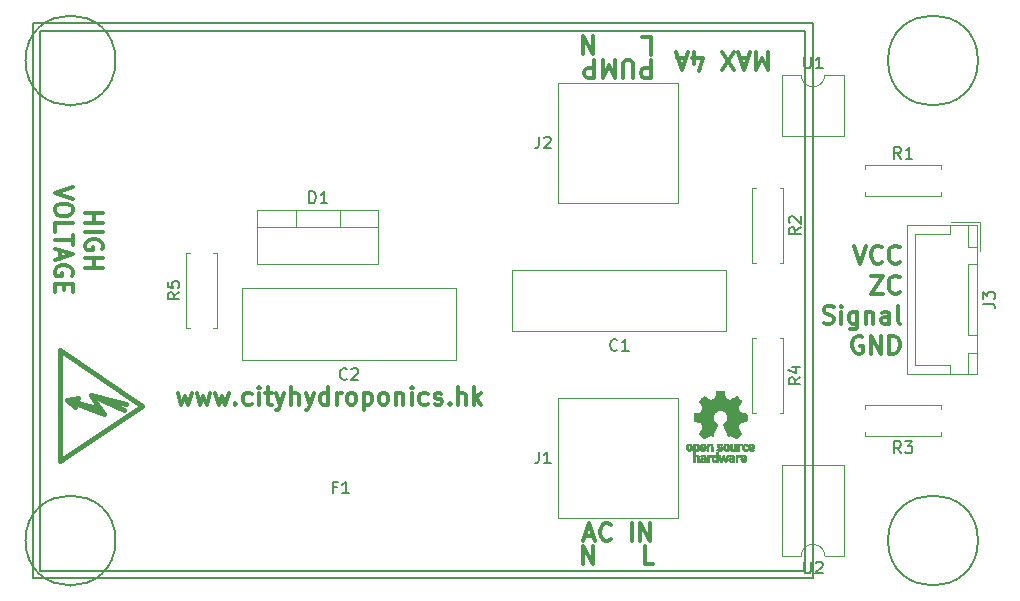
<source format=gbr>
G04 #@! TF.FileFunction,Legend,Top*
%FSLAX46Y46*%
G04 Gerber Fmt 4.6, Leading zero omitted, Abs format (unit mm)*
G04 Created by KiCad (PCBNEW 4.0.7-e2-6376~58~ubuntu16.04.1) date Fri Jun 29 12:06:55 2018*
%MOMM*%
%LPD*%
G01*
G04 APERTURE LIST*
%ADD10C,0.100000*%
%ADD11C,0.300000*%
%ADD12C,0.200000*%
%ADD13C,0.120000*%
%ADD14C,0.381000*%
%ADD15C,0.010000*%
%ADD16C,0.150000*%
G04 APERTURE END LIST*
D10*
D11*
X220955713Y-45041429D02*
X220955713Y-46541429D01*
X220455713Y-45470000D01*
X219955713Y-46541429D01*
X219955713Y-45041429D01*
X219312856Y-45470000D02*
X218598570Y-45470000D01*
X219455713Y-45041429D02*
X218955713Y-46541429D01*
X218455713Y-45041429D01*
X218098570Y-46541429D02*
X217098570Y-45041429D01*
X217098570Y-46541429D02*
X218098570Y-45041429D01*
X214741428Y-46041429D02*
X214741428Y-45041429D01*
X215098571Y-46612857D02*
X215455714Y-45541429D01*
X214527142Y-45541429D01*
X214027143Y-45470000D02*
X213312857Y-45470000D01*
X214170000Y-45041429D02*
X213670000Y-46541429D01*
X213170000Y-45041429D01*
X171038856Y-73846571D02*
X171324570Y-74846571D01*
X171610284Y-74132286D01*
X171895999Y-74846571D01*
X172181713Y-73846571D01*
X172610285Y-73846571D02*
X172895999Y-74846571D01*
X173181713Y-74132286D01*
X173467428Y-74846571D01*
X173753142Y-73846571D01*
X174181714Y-73846571D02*
X174467428Y-74846571D01*
X174753142Y-74132286D01*
X175038857Y-74846571D01*
X175324571Y-73846571D01*
X175896000Y-74703714D02*
X175967428Y-74775143D01*
X175896000Y-74846571D01*
X175824571Y-74775143D01*
X175896000Y-74703714D01*
X175896000Y-74846571D01*
X177253143Y-74775143D02*
X177110286Y-74846571D01*
X176824572Y-74846571D01*
X176681714Y-74775143D01*
X176610286Y-74703714D01*
X176538857Y-74560857D01*
X176538857Y-74132286D01*
X176610286Y-73989429D01*
X176681714Y-73918000D01*
X176824572Y-73846571D01*
X177110286Y-73846571D01*
X177253143Y-73918000D01*
X177896000Y-74846571D02*
X177896000Y-73846571D01*
X177896000Y-73346571D02*
X177824571Y-73418000D01*
X177896000Y-73489429D01*
X177967428Y-73418000D01*
X177896000Y-73346571D01*
X177896000Y-73489429D01*
X178396000Y-73846571D02*
X178967429Y-73846571D01*
X178610286Y-73346571D02*
X178610286Y-74632286D01*
X178681714Y-74775143D01*
X178824572Y-74846571D01*
X178967429Y-74846571D01*
X179324572Y-73846571D02*
X179681715Y-74846571D01*
X180038857Y-73846571D02*
X179681715Y-74846571D01*
X179538857Y-75203714D01*
X179467429Y-75275143D01*
X179324572Y-75346571D01*
X180610286Y-74846571D02*
X180610286Y-73346571D01*
X181253143Y-74846571D02*
X181253143Y-74060857D01*
X181181714Y-73918000D01*
X181038857Y-73846571D01*
X180824572Y-73846571D01*
X180681714Y-73918000D01*
X180610286Y-73989429D01*
X181824572Y-73846571D02*
X182181715Y-74846571D01*
X182538857Y-73846571D02*
X182181715Y-74846571D01*
X182038857Y-75203714D01*
X181967429Y-75275143D01*
X181824572Y-75346571D01*
X183753143Y-74846571D02*
X183753143Y-73346571D01*
X183753143Y-74775143D02*
X183610286Y-74846571D01*
X183324572Y-74846571D01*
X183181714Y-74775143D01*
X183110286Y-74703714D01*
X183038857Y-74560857D01*
X183038857Y-74132286D01*
X183110286Y-73989429D01*
X183181714Y-73918000D01*
X183324572Y-73846571D01*
X183610286Y-73846571D01*
X183753143Y-73918000D01*
X184467429Y-74846571D02*
X184467429Y-73846571D01*
X184467429Y-74132286D02*
X184538857Y-73989429D01*
X184610286Y-73918000D01*
X184753143Y-73846571D01*
X184896000Y-73846571D01*
X185610286Y-74846571D02*
X185467428Y-74775143D01*
X185396000Y-74703714D01*
X185324571Y-74560857D01*
X185324571Y-74132286D01*
X185396000Y-73989429D01*
X185467428Y-73918000D01*
X185610286Y-73846571D01*
X185824571Y-73846571D01*
X185967428Y-73918000D01*
X186038857Y-73989429D01*
X186110286Y-74132286D01*
X186110286Y-74560857D01*
X186038857Y-74703714D01*
X185967428Y-74775143D01*
X185824571Y-74846571D01*
X185610286Y-74846571D01*
X186753143Y-73846571D02*
X186753143Y-75346571D01*
X186753143Y-73918000D02*
X186896000Y-73846571D01*
X187181714Y-73846571D01*
X187324571Y-73918000D01*
X187396000Y-73989429D01*
X187467429Y-74132286D01*
X187467429Y-74560857D01*
X187396000Y-74703714D01*
X187324571Y-74775143D01*
X187181714Y-74846571D01*
X186896000Y-74846571D01*
X186753143Y-74775143D01*
X188324572Y-74846571D02*
X188181714Y-74775143D01*
X188110286Y-74703714D01*
X188038857Y-74560857D01*
X188038857Y-74132286D01*
X188110286Y-73989429D01*
X188181714Y-73918000D01*
X188324572Y-73846571D01*
X188538857Y-73846571D01*
X188681714Y-73918000D01*
X188753143Y-73989429D01*
X188824572Y-74132286D01*
X188824572Y-74560857D01*
X188753143Y-74703714D01*
X188681714Y-74775143D01*
X188538857Y-74846571D01*
X188324572Y-74846571D01*
X189467429Y-73846571D02*
X189467429Y-74846571D01*
X189467429Y-73989429D02*
X189538857Y-73918000D01*
X189681715Y-73846571D01*
X189896000Y-73846571D01*
X190038857Y-73918000D01*
X190110286Y-74060857D01*
X190110286Y-74846571D01*
X190824572Y-74846571D02*
X190824572Y-73846571D01*
X190824572Y-73346571D02*
X190753143Y-73418000D01*
X190824572Y-73489429D01*
X190896000Y-73418000D01*
X190824572Y-73346571D01*
X190824572Y-73489429D01*
X192181715Y-74775143D02*
X192038858Y-74846571D01*
X191753144Y-74846571D01*
X191610286Y-74775143D01*
X191538858Y-74703714D01*
X191467429Y-74560857D01*
X191467429Y-74132286D01*
X191538858Y-73989429D01*
X191610286Y-73918000D01*
X191753144Y-73846571D01*
X192038858Y-73846571D01*
X192181715Y-73918000D01*
X192753143Y-74775143D02*
X192896000Y-74846571D01*
X193181715Y-74846571D01*
X193324572Y-74775143D01*
X193396000Y-74632286D01*
X193396000Y-74560857D01*
X193324572Y-74418000D01*
X193181715Y-74346571D01*
X192967429Y-74346571D01*
X192824572Y-74275143D01*
X192753143Y-74132286D01*
X192753143Y-74060857D01*
X192824572Y-73918000D01*
X192967429Y-73846571D01*
X193181715Y-73846571D01*
X193324572Y-73918000D01*
X194038858Y-74703714D02*
X194110286Y-74775143D01*
X194038858Y-74846571D01*
X193967429Y-74775143D01*
X194038858Y-74703714D01*
X194038858Y-74846571D01*
X194753144Y-74846571D02*
X194753144Y-73346571D01*
X195396001Y-74846571D02*
X195396001Y-74060857D01*
X195324572Y-73918000D01*
X195181715Y-73846571D01*
X194967430Y-73846571D01*
X194824572Y-73918000D01*
X194753144Y-73989429D01*
X196110287Y-74846571D02*
X196110287Y-73346571D01*
X196253144Y-74275143D02*
X196681715Y-74846571D01*
X196681715Y-73846571D02*
X196110287Y-74418000D01*
X163156429Y-58638571D02*
X164656429Y-58638571D01*
X163942143Y-58638571D02*
X163942143Y-59495714D01*
X163156429Y-59495714D02*
X164656429Y-59495714D01*
X163156429Y-60210000D02*
X164656429Y-60210000D01*
X164585000Y-61710000D02*
X164656429Y-61567143D01*
X164656429Y-61352857D01*
X164585000Y-61138572D01*
X164442143Y-60995714D01*
X164299286Y-60924286D01*
X164013571Y-60852857D01*
X163799286Y-60852857D01*
X163513571Y-60924286D01*
X163370714Y-60995714D01*
X163227857Y-61138572D01*
X163156429Y-61352857D01*
X163156429Y-61495714D01*
X163227857Y-61710000D01*
X163299286Y-61781429D01*
X163799286Y-61781429D01*
X163799286Y-61495714D01*
X163156429Y-62424286D02*
X164656429Y-62424286D01*
X163942143Y-62424286D02*
X163942143Y-63281429D01*
X163156429Y-63281429D02*
X164656429Y-63281429D01*
X162106429Y-56424286D02*
X160606429Y-56924286D01*
X162106429Y-57424286D01*
X162106429Y-58210000D02*
X162106429Y-58495714D01*
X162035000Y-58638572D01*
X161892143Y-58781429D01*
X161606429Y-58852857D01*
X161106429Y-58852857D01*
X160820714Y-58781429D01*
X160677857Y-58638572D01*
X160606429Y-58495714D01*
X160606429Y-58210000D01*
X160677857Y-58067143D01*
X160820714Y-57924286D01*
X161106429Y-57852857D01*
X161606429Y-57852857D01*
X161892143Y-57924286D01*
X162035000Y-58067143D01*
X162106429Y-58210000D01*
X160606429Y-60210001D02*
X160606429Y-59495715D01*
X162106429Y-59495715D01*
X162106429Y-60495715D02*
X162106429Y-61352858D01*
X160606429Y-60924287D02*
X162106429Y-60924287D01*
X161035000Y-61781429D02*
X161035000Y-62495715D01*
X160606429Y-61638572D02*
X162106429Y-62138572D01*
X160606429Y-62638572D01*
X162035000Y-63924286D02*
X162106429Y-63781429D01*
X162106429Y-63567143D01*
X162035000Y-63352858D01*
X161892143Y-63210000D01*
X161749286Y-63138572D01*
X161463571Y-63067143D01*
X161249286Y-63067143D01*
X160963571Y-63138572D01*
X160820714Y-63210000D01*
X160677857Y-63352858D01*
X160606429Y-63567143D01*
X160606429Y-63710000D01*
X160677857Y-63924286D01*
X160749286Y-63995715D01*
X161249286Y-63995715D01*
X161249286Y-63710000D01*
X161392143Y-64638572D02*
X161392143Y-65138572D01*
X160606429Y-65352858D02*
X160606429Y-64638572D01*
X162106429Y-64638572D01*
X162106429Y-65352858D01*
X228981428Y-69100000D02*
X228838571Y-69028571D01*
X228624285Y-69028571D01*
X228410000Y-69100000D01*
X228267142Y-69242857D01*
X228195714Y-69385714D01*
X228124285Y-69671429D01*
X228124285Y-69885714D01*
X228195714Y-70171429D01*
X228267142Y-70314286D01*
X228410000Y-70457143D01*
X228624285Y-70528571D01*
X228767142Y-70528571D01*
X228981428Y-70457143D01*
X229052857Y-70385714D01*
X229052857Y-69885714D01*
X228767142Y-69885714D01*
X229695714Y-70528571D02*
X229695714Y-69028571D01*
X230552857Y-70528571D01*
X230552857Y-69028571D01*
X231267143Y-70528571D02*
X231267143Y-69028571D01*
X231624286Y-69028571D01*
X231838571Y-69100000D01*
X231981429Y-69242857D01*
X232052857Y-69385714D01*
X232124286Y-69671429D01*
X232124286Y-69885714D01*
X232052857Y-70171429D01*
X231981429Y-70314286D01*
X231838571Y-70457143D01*
X231624286Y-70528571D01*
X231267143Y-70528571D01*
X229695715Y-63948571D02*
X230695715Y-63948571D01*
X229695715Y-65448571D01*
X230695715Y-65448571D01*
X232124286Y-65305714D02*
X232052857Y-65377143D01*
X231838571Y-65448571D01*
X231695714Y-65448571D01*
X231481429Y-65377143D01*
X231338571Y-65234286D01*
X231267143Y-65091429D01*
X231195714Y-64805714D01*
X231195714Y-64591429D01*
X231267143Y-64305714D01*
X231338571Y-64162857D01*
X231481429Y-64020000D01*
X231695714Y-63948571D01*
X231838571Y-63948571D01*
X232052857Y-64020000D01*
X232124286Y-64091429D01*
X225695714Y-67917143D02*
X225910000Y-67988571D01*
X226267143Y-67988571D01*
X226410000Y-67917143D01*
X226481429Y-67845714D01*
X226552857Y-67702857D01*
X226552857Y-67560000D01*
X226481429Y-67417143D01*
X226410000Y-67345714D01*
X226267143Y-67274286D01*
X225981429Y-67202857D01*
X225838571Y-67131429D01*
X225767143Y-67060000D01*
X225695714Y-66917143D01*
X225695714Y-66774286D01*
X225767143Y-66631429D01*
X225838571Y-66560000D01*
X225981429Y-66488571D01*
X226338571Y-66488571D01*
X226552857Y-66560000D01*
X227195714Y-67988571D02*
X227195714Y-66988571D01*
X227195714Y-66488571D02*
X227124285Y-66560000D01*
X227195714Y-66631429D01*
X227267142Y-66560000D01*
X227195714Y-66488571D01*
X227195714Y-66631429D01*
X228552857Y-66988571D02*
X228552857Y-68202857D01*
X228481428Y-68345714D01*
X228410000Y-68417143D01*
X228267143Y-68488571D01*
X228052857Y-68488571D01*
X227910000Y-68417143D01*
X228552857Y-67917143D02*
X228410000Y-67988571D01*
X228124286Y-67988571D01*
X227981428Y-67917143D01*
X227910000Y-67845714D01*
X227838571Y-67702857D01*
X227838571Y-67274286D01*
X227910000Y-67131429D01*
X227981428Y-67060000D01*
X228124286Y-66988571D01*
X228410000Y-66988571D01*
X228552857Y-67060000D01*
X229267143Y-66988571D02*
X229267143Y-67988571D01*
X229267143Y-67131429D02*
X229338571Y-67060000D01*
X229481429Y-66988571D01*
X229695714Y-66988571D01*
X229838571Y-67060000D01*
X229910000Y-67202857D01*
X229910000Y-67988571D01*
X231267143Y-67988571D02*
X231267143Y-67202857D01*
X231195714Y-67060000D01*
X231052857Y-66988571D01*
X230767143Y-66988571D01*
X230624286Y-67060000D01*
X231267143Y-67917143D02*
X231124286Y-67988571D01*
X230767143Y-67988571D01*
X230624286Y-67917143D01*
X230552857Y-67774286D01*
X230552857Y-67631429D01*
X230624286Y-67488571D01*
X230767143Y-67417143D01*
X231124286Y-67417143D01*
X231267143Y-67345714D01*
X232195715Y-67988571D02*
X232052857Y-67917143D01*
X231981429Y-67774286D01*
X231981429Y-66488571D01*
X228267143Y-61408571D02*
X228767143Y-62908571D01*
X229267143Y-61408571D01*
X230624286Y-62765714D02*
X230552857Y-62837143D01*
X230338571Y-62908571D01*
X230195714Y-62908571D01*
X229981429Y-62837143D01*
X229838571Y-62694286D01*
X229767143Y-62551429D01*
X229695714Y-62265714D01*
X229695714Y-62051429D01*
X229767143Y-61765714D01*
X229838571Y-61622857D01*
X229981429Y-61480000D01*
X230195714Y-61408571D01*
X230338571Y-61408571D01*
X230552857Y-61480000D01*
X230624286Y-61551429D01*
X232124286Y-62765714D02*
X232052857Y-62837143D01*
X231838571Y-62908571D01*
X231695714Y-62908571D01*
X231481429Y-62837143D01*
X231338571Y-62694286D01*
X231267143Y-62551429D01*
X231195714Y-62265714D01*
X231195714Y-62051429D01*
X231267143Y-61765714D01*
X231338571Y-61622857D01*
X231481429Y-61480000D01*
X231695714Y-61408571D01*
X231838571Y-61408571D01*
X232052857Y-61480000D01*
X232124286Y-61551429D01*
X205311429Y-45128571D02*
X205311429Y-43628571D01*
X206168572Y-45128571D01*
X206168572Y-43628571D01*
X210355714Y-43771429D02*
X211070000Y-43771429D01*
X211070000Y-45271429D01*
X211065714Y-45676429D02*
X211065714Y-47176429D01*
X210494286Y-47176429D01*
X210351428Y-47105000D01*
X210280000Y-47033571D01*
X210208571Y-46890714D01*
X210208571Y-46676429D01*
X210280000Y-46533571D01*
X210351428Y-46462143D01*
X210494286Y-46390714D01*
X211065714Y-46390714D01*
X209565714Y-47176429D02*
X209565714Y-45962143D01*
X209494286Y-45819286D01*
X209422857Y-45747857D01*
X209280000Y-45676429D01*
X208994286Y-45676429D01*
X208851428Y-45747857D01*
X208780000Y-45819286D01*
X208708571Y-45962143D01*
X208708571Y-47176429D01*
X207994285Y-45676429D02*
X207994285Y-47176429D01*
X207494285Y-46105000D01*
X206994285Y-47176429D01*
X206994285Y-45676429D01*
X206279999Y-45676429D02*
X206279999Y-47176429D01*
X205708571Y-47176429D01*
X205565713Y-47105000D01*
X205494285Y-47033571D01*
X205422856Y-46890714D01*
X205422856Y-46676429D01*
X205494285Y-46533571D01*
X205565713Y-46462143D01*
X205708571Y-46390714D01*
X206279999Y-46390714D01*
X211284286Y-88308571D02*
X210570000Y-88308571D01*
X210570000Y-86808571D01*
X205311429Y-88308571D02*
X205311429Y-86808571D01*
X206168572Y-88308571D01*
X206168572Y-86808571D01*
X205458571Y-85975000D02*
X206172857Y-85975000D01*
X205315714Y-86403571D02*
X205815714Y-84903571D01*
X206315714Y-86403571D01*
X207672857Y-86260714D02*
X207601428Y-86332143D01*
X207387142Y-86403571D01*
X207244285Y-86403571D01*
X207030000Y-86332143D01*
X206887142Y-86189286D01*
X206815714Y-86046429D01*
X206744285Y-85760714D01*
X206744285Y-85546429D01*
X206815714Y-85260714D01*
X206887142Y-85117857D01*
X207030000Y-84975000D01*
X207244285Y-84903571D01*
X207387142Y-84903571D01*
X207601428Y-84975000D01*
X207672857Y-85046429D01*
X209458571Y-86403571D02*
X209458571Y-84903571D01*
X210172857Y-86403571D02*
X210172857Y-84903571D01*
X211030000Y-86403571D01*
X211030000Y-84903571D01*
D12*
X224155000Y-88900000D02*
X224155000Y-43180000D01*
X159385000Y-88900000D02*
X224155000Y-88900000D01*
X159385000Y-43180000D02*
X159385000Y-88900000D01*
X224155000Y-43180000D02*
X159385000Y-43180000D01*
X158750000Y-42545000D02*
X224790000Y-42545000D01*
X158750000Y-89535000D02*
X158750000Y-42545000D01*
X224790000Y-89535000D02*
X158750000Y-89535000D01*
X224790000Y-42545000D02*
X224790000Y-89535000D01*
X238760000Y-45720000D02*
G75*
G03X238760000Y-45720000I-3810000J0D01*
G01*
X238760000Y-86360000D02*
G75*
G03X238760000Y-86360000I-3810000J0D01*
G01*
X165735000Y-45720000D02*
G75*
G03X165735000Y-45720000I-3810000J0D01*
G01*
X165735000Y-86360000D02*
G75*
G03X165735000Y-86360000I-3810000J0D01*
G01*
D13*
X177760000Y-58340000D02*
X188000000Y-58340000D01*
X177760000Y-62981000D02*
X188000000Y-62981000D01*
X177760000Y-58340000D02*
X177760000Y-62981000D01*
X188000000Y-58340000D02*
X188000000Y-62981000D01*
X177760000Y-59850000D02*
X188000000Y-59850000D01*
X181030000Y-58340000D02*
X181030000Y-59850000D01*
X184731000Y-58340000D02*
X184731000Y-59850000D01*
X235620000Y-56860000D02*
X235620000Y-57190000D01*
X235620000Y-57190000D02*
X229200000Y-57190000D01*
X229200000Y-57190000D02*
X229200000Y-56860000D01*
X235620000Y-54900000D02*
X235620000Y-54570000D01*
X235620000Y-54570000D02*
X229200000Y-54570000D01*
X229200000Y-54570000D02*
X229200000Y-54900000D01*
X221960000Y-56480000D02*
X222290000Y-56480000D01*
X222290000Y-56480000D02*
X222290000Y-62900000D01*
X222290000Y-62900000D02*
X221960000Y-62900000D01*
X220000000Y-56480000D02*
X219670000Y-56480000D01*
X219670000Y-56480000D02*
X219670000Y-62900000D01*
X219670000Y-62900000D02*
X220000000Y-62900000D01*
X235620000Y-77180000D02*
X235620000Y-77510000D01*
X235620000Y-77510000D02*
X229200000Y-77510000D01*
X229200000Y-77510000D02*
X229200000Y-77180000D01*
X235620000Y-75220000D02*
X235620000Y-74890000D01*
X235620000Y-74890000D02*
X229200000Y-74890000D01*
X229200000Y-74890000D02*
X229200000Y-75220000D01*
X220000000Y-75600000D02*
X219670000Y-75600000D01*
X219670000Y-75600000D02*
X219670000Y-69180000D01*
X219670000Y-69180000D02*
X220000000Y-69180000D01*
X221960000Y-75600000D02*
X222290000Y-75600000D01*
X222290000Y-75600000D02*
X222290000Y-69180000D01*
X222290000Y-69180000D02*
X221960000Y-69180000D01*
X225790000Y-46930000D02*
G75*
G02X223790000Y-46930000I-1000000J0D01*
G01*
X223790000Y-46930000D02*
X222140000Y-46930000D01*
X222140000Y-46930000D02*
X222140000Y-52130000D01*
X222140000Y-52130000D02*
X227440000Y-52130000D01*
X227440000Y-52130000D02*
X227440000Y-46930000D01*
X227440000Y-46930000D02*
X225790000Y-46930000D01*
X223790000Y-87690000D02*
G75*
G02X225790000Y-87690000I1000000J0D01*
G01*
X225790000Y-87690000D02*
X227440000Y-87690000D01*
X227440000Y-87690000D02*
X227440000Y-79950000D01*
X227440000Y-79950000D02*
X222140000Y-79950000D01*
X222140000Y-79950000D02*
X222140000Y-87690000D01*
X222140000Y-87690000D02*
X223790000Y-87690000D01*
X238670000Y-59680000D02*
X232720000Y-59680000D01*
X232720000Y-59680000D02*
X232720000Y-72280000D01*
X232720000Y-72280000D02*
X238670000Y-72280000D01*
X238670000Y-72280000D02*
X238670000Y-59680000D01*
X238670000Y-62980000D02*
X237920000Y-62980000D01*
X237920000Y-62980000D02*
X237920000Y-68980000D01*
X237920000Y-68980000D02*
X238670000Y-68980000D01*
X238670000Y-68980000D02*
X238670000Y-62980000D01*
X238670000Y-59680000D02*
X237920000Y-59680000D01*
X237920000Y-59680000D02*
X237920000Y-61480000D01*
X237920000Y-61480000D02*
X238670000Y-61480000D01*
X238670000Y-61480000D02*
X238670000Y-59680000D01*
X238670000Y-70480000D02*
X237920000Y-70480000D01*
X237920000Y-70480000D02*
X237920000Y-72280000D01*
X237920000Y-72280000D02*
X238670000Y-72280000D01*
X238670000Y-72280000D02*
X238670000Y-70480000D01*
X236420000Y-59680000D02*
X236420000Y-60430000D01*
X236420000Y-60430000D02*
X233470000Y-60430000D01*
X233470000Y-60430000D02*
X233470000Y-65980000D01*
X236420000Y-72280000D02*
X236420000Y-71530000D01*
X236420000Y-71530000D02*
X233470000Y-71530000D01*
X233470000Y-71530000D02*
X233470000Y-65980000D01*
X238970000Y-61880000D02*
X238970000Y-59380000D01*
X238970000Y-59380000D02*
X236470000Y-59380000D01*
X172020000Y-68400000D02*
X171690000Y-68400000D01*
X171690000Y-68400000D02*
X171690000Y-61980000D01*
X171690000Y-61980000D02*
X172020000Y-61980000D01*
X173980000Y-68400000D02*
X174310000Y-68400000D01*
X174310000Y-68400000D02*
X174310000Y-61980000D01*
X174310000Y-61980000D02*
X173980000Y-61980000D01*
D14*
X161630360Y-74432160D02*
X164729160Y-75631040D01*
X164729160Y-75631040D02*
X164330380Y-75031600D01*
X163629340Y-74030840D02*
X166430960Y-75331320D01*
X161630360Y-74432160D02*
X162328860Y-75031600D01*
X166629080Y-74830940D02*
X163629340Y-74030840D01*
X163629340Y-74030840D02*
X164429440Y-75229720D01*
X164429440Y-75229720D02*
X161630360Y-74432160D01*
X161630360Y-74432160D02*
X162529520Y-74330560D01*
X168021000Y-74930000D02*
X161036000Y-79629000D01*
X161036000Y-79629000D02*
X161036000Y-70231000D01*
X161036000Y-70231000D02*
X168021000Y-74930000D01*
D15*
G36*
X215007241Y-78177184D02*
X215033753Y-78190282D01*
X215066447Y-78213106D01*
X215090275Y-78237996D01*
X215106594Y-78269249D01*
X215116760Y-78311166D01*
X215122128Y-78368044D01*
X215124056Y-78444184D01*
X215124169Y-78476917D01*
X215123839Y-78548656D01*
X215122473Y-78599927D01*
X215119500Y-78635404D01*
X215114351Y-78659763D01*
X215106457Y-78677680D01*
X215098243Y-78689902D01*
X215045813Y-78741905D01*
X214984070Y-78773184D01*
X214917464Y-78782592D01*
X214850442Y-78768980D01*
X214829208Y-78759354D01*
X214778376Y-78732859D01*
X214778376Y-79148052D01*
X214815475Y-79128868D01*
X214864357Y-79114025D01*
X214924439Y-79110222D01*
X214984436Y-79117243D01*
X215029744Y-79133013D01*
X215067325Y-79163047D01*
X215099436Y-79206024D01*
X215101850Y-79210436D01*
X215112033Y-79231221D01*
X215119470Y-79252170D01*
X215124589Y-79277548D01*
X215127819Y-79311618D01*
X215129587Y-79358641D01*
X215130323Y-79422882D01*
X215130456Y-79495176D01*
X215130456Y-79725822D01*
X214992139Y-79725822D01*
X214992139Y-79300533D01*
X214953451Y-79267979D01*
X214913262Y-79241940D01*
X214875203Y-79237205D01*
X214836934Y-79249389D01*
X214816538Y-79261320D01*
X214801358Y-79278313D01*
X214790562Y-79303995D01*
X214783317Y-79341991D01*
X214778792Y-79395926D01*
X214776156Y-79469425D01*
X214775228Y-79518347D01*
X214772089Y-79719535D01*
X214706074Y-79723336D01*
X214640060Y-79727136D01*
X214640060Y-78478650D01*
X214778376Y-78478650D01*
X214781903Y-78548254D01*
X214793785Y-78596569D01*
X214815980Y-78626631D01*
X214850441Y-78641471D01*
X214885258Y-78644436D01*
X214924671Y-78641028D01*
X214950829Y-78627617D01*
X214967186Y-78609896D01*
X214980063Y-78590835D01*
X214987728Y-78569601D01*
X214991139Y-78539849D01*
X214991251Y-78495236D01*
X214990103Y-78457880D01*
X214987468Y-78401604D01*
X214983544Y-78364658D01*
X214976937Y-78341223D01*
X214966251Y-78325480D01*
X214956167Y-78316380D01*
X214914030Y-78296537D01*
X214864160Y-78293332D01*
X214835524Y-78300168D01*
X214807172Y-78324464D01*
X214788391Y-78371728D01*
X214779288Y-78441624D01*
X214778376Y-78478650D01*
X214640060Y-78478650D01*
X214640060Y-78166614D01*
X214709218Y-78166614D01*
X214750740Y-78168256D01*
X214772162Y-78174087D01*
X214778374Y-78185461D01*
X214778376Y-78185798D01*
X214781258Y-78196938D01*
X214793970Y-78195673D01*
X214819243Y-78183433D01*
X214878131Y-78164707D01*
X214944385Y-78162739D01*
X215007241Y-78177184D01*
X215007241Y-78177184D01*
G37*
X215007241Y-78177184D02*
X215033753Y-78190282D01*
X215066447Y-78213106D01*
X215090275Y-78237996D01*
X215106594Y-78269249D01*
X215116760Y-78311166D01*
X215122128Y-78368044D01*
X215124056Y-78444184D01*
X215124169Y-78476917D01*
X215123839Y-78548656D01*
X215122473Y-78599927D01*
X215119500Y-78635404D01*
X215114351Y-78659763D01*
X215106457Y-78677680D01*
X215098243Y-78689902D01*
X215045813Y-78741905D01*
X214984070Y-78773184D01*
X214917464Y-78782592D01*
X214850442Y-78768980D01*
X214829208Y-78759354D01*
X214778376Y-78732859D01*
X214778376Y-79148052D01*
X214815475Y-79128868D01*
X214864357Y-79114025D01*
X214924439Y-79110222D01*
X214984436Y-79117243D01*
X215029744Y-79133013D01*
X215067325Y-79163047D01*
X215099436Y-79206024D01*
X215101850Y-79210436D01*
X215112033Y-79231221D01*
X215119470Y-79252170D01*
X215124589Y-79277548D01*
X215127819Y-79311618D01*
X215129587Y-79358641D01*
X215130323Y-79422882D01*
X215130456Y-79495176D01*
X215130456Y-79725822D01*
X214992139Y-79725822D01*
X214992139Y-79300533D01*
X214953451Y-79267979D01*
X214913262Y-79241940D01*
X214875203Y-79237205D01*
X214836934Y-79249389D01*
X214816538Y-79261320D01*
X214801358Y-79278313D01*
X214790562Y-79303995D01*
X214783317Y-79341991D01*
X214778792Y-79395926D01*
X214776156Y-79469425D01*
X214775228Y-79518347D01*
X214772089Y-79719535D01*
X214706074Y-79723336D01*
X214640060Y-79727136D01*
X214640060Y-78478650D01*
X214778376Y-78478650D01*
X214781903Y-78548254D01*
X214793785Y-78596569D01*
X214815980Y-78626631D01*
X214850441Y-78641471D01*
X214885258Y-78644436D01*
X214924671Y-78641028D01*
X214950829Y-78627617D01*
X214967186Y-78609896D01*
X214980063Y-78590835D01*
X214987728Y-78569601D01*
X214991139Y-78539849D01*
X214991251Y-78495236D01*
X214990103Y-78457880D01*
X214987468Y-78401604D01*
X214983544Y-78364658D01*
X214976937Y-78341223D01*
X214966251Y-78325480D01*
X214956167Y-78316380D01*
X214914030Y-78296537D01*
X214864160Y-78293332D01*
X214835524Y-78300168D01*
X214807172Y-78324464D01*
X214788391Y-78371728D01*
X214779288Y-78441624D01*
X214778376Y-78478650D01*
X214640060Y-78478650D01*
X214640060Y-78166614D01*
X214709218Y-78166614D01*
X214750740Y-78168256D01*
X214772162Y-78174087D01*
X214778374Y-78185461D01*
X214778376Y-78185798D01*
X214781258Y-78196938D01*
X214793970Y-78195673D01*
X214819243Y-78183433D01*
X214878131Y-78164707D01*
X214944385Y-78162739D01*
X215007241Y-78177184D01*
G36*
X215531790Y-79114555D02*
X215590945Y-79130339D01*
X215635977Y-79158948D01*
X215667754Y-79196419D01*
X215677634Y-79212411D01*
X215684927Y-79229163D01*
X215690026Y-79250592D01*
X215693321Y-79280616D01*
X215695203Y-79323154D01*
X215696063Y-79382122D01*
X215696293Y-79461440D01*
X215696297Y-79482484D01*
X215696297Y-79725822D01*
X215635941Y-79725822D01*
X215597443Y-79723126D01*
X215568977Y-79716295D01*
X215561845Y-79712083D01*
X215542348Y-79704813D01*
X215522434Y-79712083D01*
X215489647Y-79721160D01*
X215442022Y-79724813D01*
X215389236Y-79723228D01*
X215340964Y-79716589D01*
X215312782Y-79708072D01*
X215258247Y-79673063D01*
X215224165Y-79624479D01*
X215208843Y-79559882D01*
X215208701Y-79558223D01*
X215210045Y-79529566D01*
X215331644Y-79529566D01*
X215342274Y-79562161D01*
X215359590Y-79580505D01*
X215394348Y-79594379D01*
X215440227Y-79599917D01*
X215487012Y-79597191D01*
X215524486Y-79586274D01*
X215534985Y-79579269D01*
X215553332Y-79546904D01*
X215557980Y-79510111D01*
X215557980Y-79461763D01*
X215488418Y-79461763D01*
X215422333Y-79466850D01*
X215372236Y-79481263D01*
X215341071Y-79503729D01*
X215331644Y-79529566D01*
X215210045Y-79529566D01*
X215212013Y-79487647D01*
X215235290Y-79431845D01*
X215279052Y-79389647D01*
X215285101Y-79385808D01*
X215311093Y-79373309D01*
X215343265Y-79365740D01*
X215388240Y-79362061D01*
X215441669Y-79361216D01*
X215557980Y-79361169D01*
X215557980Y-79312411D01*
X215553047Y-79274581D01*
X215540457Y-79249236D01*
X215538983Y-79247887D01*
X215510966Y-79236800D01*
X215468674Y-79232503D01*
X215421936Y-79234615D01*
X215380582Y-79242756D01*
X215356043Y-79254965D01*
X215342747Y-79264746D01*
X215328706Y-79266613D01*
X215309329Y-79258600D01*
X215280024Y-79238739D01*
X215236197Y-79205063D01*
X215232175Y-79201909D01*
X215234236Y-79190236D01*
X215251432Y-79170822D01*
X215277567Y-79149248D01*
X215306448Y-79131096D01*
X215315522Y-79126809D01*
X215348620Y-79118256D01*
X215397120Y-79112155D01*
X215451305Y-79109708D01*
X215453839Y-79109703D01*
X215531790Y-79114555D01*
X215531790Y-79114555D01*
G37*
X215531790Y-79114555D02*
X215590945Y-79130339D01*
X215635977Y-79158948D01*
X215667754Y-79196419D01*
X215677634Y-79212411D01*
X215684927Y-79229163D01*
X215690026Y-79250592D01*
X215693321Y-79280616D01*
X215695203Y-79323154D01*
X215696063Y-79382122D01*
X215696293Y-79461440D01*
X215696297Y-79482484D01*
X215696297Y-79725822D01*
X215635941Y-79725822D01*
X215597443Y-79723126D01*
X215568977Y-79716295D01*
X215561845Y-79712083D01*
X215542348Y-79704813D01*
X215522434Y-79712083D01*
X215489647Y-79721160D01*
X215442022Y-79724813D01*
X215389236Y-79723228D01*
X215340964Y-79716589D01*
X215312782Y-79708072D01*
X215258247Y-79673063D01*
X215224165Y-79624479D01*
X215208843Y-79559882D01*
X215208701Y-79558223D01*
X215210045Y-79529566D01*
X215331644Y-79529566D01*
X215342274Y-79562161D01*
X215359590Y-79580505D01*
X215394348Y-79594379D01*
X215440227Y-79599917D01*
X215487012Y-79597191D01*
X215524486Y-79586274D01*
X215534985Y-79579269D01*
X215553332Y-79546904D01*
X215557980Y-79510111D01*
X215557980Y-79461763D01*
X215488418Y-79461763D01*
X215422333Y-79466850D01*
X215372236Y-79481263D01*
X215341071Y-79503729D01*
X215331644Y-79529566D01*
X215210045Y-79529566D01*
X215212013Y-79487647D01*
X215235290Y-79431845D01*
X215279052Y-79389647D01*
X215285101Y-79385808D01*
X215311093Y-79373309D01*
X215343265Y-79365740D01*
X215388240Y-79362061D01*
X215441669Y-79361216D01*
X215557980Y-79361169D01*
X215557980Y-79312411D01*
X215553047Y-79274581D01*
X215540457Y-79249236D01*
X215538983Y-79247887D01*
X215510966Y-79236800D01*
X215468674Y-79232503D01*
X215421936Y-79234615D01*
X215380582Y-79242756D01*
X215356043Y-79254965D01*
X215342747Y-79264746D01*
X215328706Y-79266613D01*
X215309329Y-79258600D01*
X215280024Y-79238739D01*
X215236197Y-79205063D01*
X215232175Y-79201909D01*
X215234236Y-79190236D01*
X215251432Y-79170822D01*
X215277567Y-79149248D01*
X215306448Y-79131096D01*
X215315522Y-79126809D01*
X215348620Y-79118256D01*
X215397120Y-79112155D01*
X215451305Y-79109708D01*
X215453839Y-79109703D01*
X215531790Y-79114555D01*
G36*
X215922644Y-79111020D02*
X215941461Y-79116660D01*
X215947527Y-79129053D01*
X215947782Y-79134647D01*
X215948871Y-79150230D01*
X215956368Y-79152676D01*
X215976619Y-79141993D01*
X215988649Y-79134694D01*
X216026600Y-79119063D01*
X216071928Y-79111334D01*
X216119456Y-79110740D01*
X216164005Y-79116513D01*
X216200398Y-79127884D01*
X216223457Y-79144088D01*
X216228004Y-79164355D01*
X216225709Y-79169843D01*
X216208980Y-79192626D01*
X216183037Y-79220647D01*
X216178345Y-79225177D01*
X216153617Y-79246005D01*
X216132282Y-79252735D01*
X216102445Y-79248038D01*
X216090492Y-79244917D01*
X216053295Y-79237421D01*
X216027141Y-79240792D01*
X216005054Y-79252681D01*
X215984822Y-79268635D01*
X215969921Y-79288700D01*
X215959566Y-79316702D01*
X215952971Y-79356467D01*
X215949351Y-79411823D01*
X215947922Y-79486594D01*
X215947782Y-79531740D01*
X215947782Y-79725822D01*
X215822040Y-79725822D01*
X215822040Y-79109683D01*
X215884911Y-79109683D01*
X215922644Y-79111020D01*
X215922644Y-79111020D01*
G37*
X215922644Y-79111020D02*
X215941461Y-79116660D01*
X215947527Y-79129053D01*
X215947782Y-79134647D01*
X215948871Y-79150230D01*
X215956368Y-79152676D01*
X215976619Y-79141993D01*
X215988649Y-79134694D01*
X216026600Y-79119063D01*
X216071928Y-79111334D01*
X216119456Y-79110740D01*
X216164005Y-79116513D01*
X216200398Y-79127884D01*
X216223457Y-79144088D01*
X216228004Y-79164355D01*
X216225709Y-79169843D01*
X216208980Y-79192626D01*
X216183037Y-79220647D01*
X216178345Y-79225177D01*
X216153617Y-79246005D01*
X216132282Y-79252735D01*
X216102445Y-79248038D01*
X216090492Y-79244917D01*
X216053295Y-79237421D01*
X216027141Y-79240792D01*
X216005054Y-79252681D01*
X215984822Y-79268635D01*
X215969921Y-79288700D01*
X215959566Y-79316702D01*
X215952971Y-79356467D01*
X215949351Y-79411823D01*
X215947922Y-79486594D01*
X215947782Y-79531740D01*
X215947782Y-79725822D01*
X215822040Y-79725822D01*
X215822040Y-79109683D01*
X215884911Y-79109683D01*
X215922644Y-79111020D01*
G36*
X216714812Y-79725822D02*
X216645654Y-79725822D01*
X216605512Y-79724645D01*
X216584606Y-79719772D01*
X216577078Y-79709186D01*
X216576495Y-79702029D01*
X216575226Y-79687676D01*
X216567221Y-79684923D01*
X216546185Y-79693771D01*
X216529827Y-79702029D01*
X216467023Y-79721597D01*
X216398752Y-79722729D01*
X216343248Y-79708135D01*
X216291562Y-79672877D01*
X216252162Y-79620835D01*
X216230587Y-79559450D01*
X216230038Y-79556018D01*
X216226833Y-79518571D01*
X216225239Y-79464813D01*
X216225367Y-79424155D01*
X216362721Y-79424155D01*
X216365903Y-79478194D01*
X216373141Y-79522735D01*
X216382940Y-79547888D01*
X216420011Y-79582260D01*
X216464026Y-79594582D01*
X216509416Y-79584618D01*
X216548203Y-79554895D01*
X216562892Y-79534905D01*
X216571481Y-79511050D01*
X216575504Y-79476230D01*
X216576495Y-79423930D01*
X216574722Y-79372139D01*
X216570037Y-79326634D01*
X216563397Y-79296181D01*
X216562290Y-79293452D01*
X216535509Y-79261000D01*
X216496421Y-79243183D01*
X216452685Y-79240306D01*
X216411962Y-79252674D01*
X216381913Y-79280593D01*
X216378796Y-79286148D01*
X216369039Y-79320022D01*
X216363723Y-79368728D01*
X216362721Y-79424155D01*
X216225367Y-79424155D01*
X216225432Y-79403540D01*
X216226336Y-79370563D01*
X216232486Y-79288981D01*
X216245267Y-79227730D01*
X216266529Y-79182449D01*
X216298122Y-79148779D01*
X216328793Y-79129014D01*
X216371646Y-79115120D01*
X216424944Y-79110354D01*
X216479520Y-79114236D01*
X216526208Y-79126282D01*
X216550876Y-79140693D01*
X216576495Y-79163878D01*
X216576495Y-78870773D01*
X216714812Y-78870773D01*
X216714812Y-79725822D01*
X216714812Y-79725822D01*
G37*
X216714812Y-79725822D02*
X216645654Y-79725822D01*
X216605512Y-79724645D01*
X216584606Y-79719772D01*
X216577078Y-79709186D01*
X216576495Y-79702029D01*
X216575226Y-79687676D01*
X216567221Y-79684923D01*
X216546185Y-79693771D01*
X216529827Y-79702029D01*
X216467023Y-79721597D01*
X216398752Y-79722729D01*
X216343248Y-79708135D01*
X216291562Y-79672877D01*
X216252162Y-79620835D01*
X216230587Y-79559450D01*
X216230038Y-79556018D01*
X216226833Y-79518571D01*
X216225239Y-79464813D01*
X216225367Y-79424155D01*
X216362721Y-79424155D01*
X216365903Y-79478194D01*
X216373141Y-79522735D01*
X216382940Y-79547888D01*
X216420011Y-79582260D01*
X216464026Y-79594582D01*
X216509416Y-79584618D01*
X216548203Y-79554895D01*
X216562892Y-79534905D01*
X216571481Y-79511050D01*
X216575504Y-79476230D01*
X216576495Y-79423930D01*
X216574722Y-79372139D01*
X216570037Y-79326634D01*
X216563397Y-79296181D01*
X216562290Y-79293452D01*
X216535509Y-79261000D01*
X216496421Y-79243183D01*
X216452685Y-79240306D01*
X216411962Y-79252674D01*
X216381913Y-79280593D01*
X216378796Y-79286148D01*
X216369039Y-79320022D01*
X216363723Y-79368728D01*
X216362721Y-79424155D01*
X216225367Y-79424155D01*
X216225432Y-79403540D01*
X216226336Y-79370563D01*
X216232486Y-79288981D01*
X216245267Y-79227730D01*
X216266529Y-79182449D01*
X216298122Y-79148779D01*
X216328793Y-79129014D01*
X216371646Y-79115120D01*
X216424944Y-79110354D01*
X216479520Y-79114236D01*
X216526208Y-79126282D01*
X216550876Y-79140693D01*
X216576495Y-79163878D01*
X216576495Y-78870773D01*
X216714812Y-78870773D01*
X216714812Y-79725822D01*
G36*
X217197524Y-79112237D02*
X217247255Y-79115971D01*
X217377291Y-79505773D01*
X217397678Y-79436614D01*
X217409946Y-79393874D01*
X217426085Y-79336115D01*
X217443512Y-79272625D01*
X217452726Y-79238570D01*
X217487388Y-79109683D01*
X217630391Y-79109683D01*
X217587646Y-79244857D01*
X217566596Y-79311342D01*
X217541167Y-79391539D01*
X217514610Y-79475193D01*
X217490902Y-79549782D01*
X217436902Y-79719535D01*
X217378598Y-79723328D01*
X217320295Y-79727122D01*
X217288679Y-79622734D01*
X217269182Y-79557889D01*
X217247904Y-79486400D01*
X217229308Y-79423263D01*
X217228574Y-79420750D01*
X217214684Y-79377969D01*
X217202429Y-79348779D01*
X217193846Y-79337741D01*
X217192082Y-79339018D01*
X217185891Y-79356130D01*
X217174128Y-79392787D01*
X217158225Y-79444378D01*
X217139614Y-79506294D01*
X217129543Y-79540352D01*
X217075007Y-79725822D01*
X216959264Y-79725822D01*
X216866737Y-79433471D01*
X216840744Y-79351462D01*
X216817066Y-79276987D01*
X216796820Y-79213544D01*
X216781126Y-79164632D01*
X216771102Y-79133749D01*
X216768055Y-79124726D01*
X216770467Y-79115487D01*
X216789408Y-79111441D01*
X216828823Y-79111846D01*
X216834993Y-79112152D01*
X216908086Y-79115971D01*
X216955957Y-79292010D01*
X216973553Y-79356211D01*
X216989277Y-79412649D01*
X217001746Y-79456422D01*
X217009574Y-79482630D01*
X217011020Y-79486903D01*
X217017014Y-79481990D01*
X217029101Y-79456532D01*
X217045893Y-79413997D01*
X217066003Y-79357850D01*
X217083003Y-79307130D01*
X217147794Y-79108504D01*
X217197524Y-79112237D01*
X217197524Y-79112237D01*
G37*
X217197524Y-79112237D02*
X217247255Y-79115971D01*
X217377291Y-79505773D01*
X217397678Y-79436614D01*
X217409946Y-79393874D01*
X217426085Y-79336115D01*
X217443512Y-79272625D01*
X217452726Y-79238570D01*
X217487388Y-79109683D01*
X217630391Y-79109683D01*
X217587646Y-79244857D01*
X217566596Y-79311342D01*
X217541167Y-79391539D01*
X217514610Y-79475193D01*
X217490902Y-79549782D01*
X217436902Y-79719535D01*
X217378598Y-79723328D01*
X217320295Y-79727122D01*
X217288679Y-79622734D01*
X217269182Y-79557889D01*
X217247904Y-79486400D01*
X217229308Y-79423263D01*
X217228574Y-79420750D01*
X217214684Y-79377969D01*
X217202429Y-79348779D01*
X217193846Y-79337741D01*
X217192082Y-79339018D01*
X217185891Y-79356130D01*
X217174128Y-79392787D01*
X217158225Y-79444378D01*
X217139614Y-79506294D01*
X217129543Y-79540352D01*
X217075007Y-79725822D01*
X216959264Y-79725822D01*
X216866737Y-79433471D01*
X216840744Y-79351462D01*
X216817066Y-79276987D01*
X216796820Y-79213544D01*
X216781126Y-79164632D01*
X216771102Y-79133749D01*
X216768055Y-79124726D01*
X216770467Y-79115487D01*
X216789408Y-79111441D01*
X216828823Y-79111846D01*
X216834993Y-79112152D01*
X216908086Y-79115971D01*
X216955957Y-79292010D01*
X216973553Y-79356211D01*
X216989277Y-79412649D01*
X217001746Y-79456422D01*
X217009574Y-79482630D01*
X217011020Y-79486903D01*
X217017014Y-79481990D01*
X217029101Y-79456532D01*
X217045893Y-79413997D01*
X217066003Y-79357850D01*
X217083003Y-79307130D01*
X217147794Y-79108504D01*
X217197524Y-79112237D01*
G36*
X217954411Y-79113417D02*
X218007411Y-79126290D01*
X218022731Y-79133110D01*
X218052428Y-79150974D01*
X218075220Y-79171093D01*
X218092083Y-79196962D01*
X218103998Y-79232073D01*
X218111942Y-79279920D01*
X218116894Y-79343996D01*
X218119831Y-79427794D01*
X218120947Y-79483768D01*
X218125052Y-79725822D01*
X218054932Y-79725822D01*
X218012393Y-79724038D01*
X217990476Y-79717942D01*
X217984812Y-79707706D01*
X217981821Y-79696637D01*
X217968451Y-79698754D01*
X217950233Y-79707629D01*
X217904624Y-79721233D01*
X217846007Y-79724899D01*
X217784354Y-79718903D01*
X217729638Y-79703521D01*
X217724730Y-79701386D01*
X217674723Y-79666255D01*
X217641756Y-79617419D01*
X217626587Y-79560333D01*
X217627746Y-79539824D01*
X217751508Y-79539824D01*
X217762413Y-79567425D01*
X217794745Y-79587204D01*
X217846910Y-79597819D01*
X217874787Y-79599228D01*
X217921247Y-79595620D01*
X217952129Y-79581597D01*
X217959664Y-79574931D01*
X217980076Y-79538666D01*
X217984812Y-79505773D01*
X217984812Y-79461763D01*
X217923513Y-79461763D01*
X217852256Y-79465395D01*
X217802276Y-79476818D01*
X217770696Y-79496824D01*
X217763626Y-79505743D01*
X217751508Y-79539824D01*
X217627746Y-79539824D01*
X217629971Y-79500456D01*
X217652663Y-79443244D01*
X217683624Y-79404580D01*
X217702376Y-79387864D01*
X217720733Y-79376878D01*
X217744619Y-79370180D01*
X217779957Y-79366326D01*
X217832669Y-79363873D01*
X217853577Y-79363168D01*
X217984812Y-79358879D01*
X217984620Y-79319158D01*
X217979537Y-79277405D01*
X217961162Y-79252158D01*
X217924039Y-79236030D01*
X217923043Y-79235742D01*
X217870410Y-79229400D01*
X217818906Y-79237684D01*
X217780630Y-79257827D01*
X217765272Y-79267773D01*
X217748730Y-79266397D01*
X217723275Y-79251987D01*
X217708328Y-79241817D01*
X217679091Y-79220088D01*
X217660980Y-79203800D01*
X217658074Y-79199137D01*
X217670040Y-79175005D01*
X217705396Y-79146185D01*
X217720753Y-79136461D01*
X217764901Y-79119714D01*
X217824398Y-79110227D01*
X217890487Y-79108095D01*
X217954411Y-79113417D01*
X217954411Y-79113417D01*
G37*
X217954411Y-79113417D02*
X218007411Y-79126290D01*
X218022731Y-79133110D01*
X218052428Y-79150974D01*
X218075220Y-79171093D01*
X218092083Y-79196962D01*
X218103998Y-79232073D01*
X218111942Y-79279920D01*
X218116894Y-79343996D01*
X218119831Y-79427794D01*
X218120947Y-79483768D01*
X218125052Y-79725822D01*
X218054932Y-79725822D01*
X218012393Y-79724038D01*
X217990476Y-79717942D01*
X217984812Y-79707706D01*
X217981821Y-79696637D01*
X217968451Y-79698754D01*
X217950233Y-79707629D01*
X217904624Y-79721233D01*
X217846007Y-79724899D01*
X217784354Y-79718903D01*
X217729638Y-79703521D01*
X217724730Y-79701386D01*
X217674723Y-79666255D01*
X217641756Y-79617419D01*
X217626587Y-79560333D01*
X217627746Y-79539824D01*
X217751508Y-79539824D01*
X217762413Y-79567425D01*
X217794745Y-79587204D01*
X217846910Y-79597819D01*
X217874787Y-79599228D01*
X217921247Y-79595620D01*
X217952129Y-79581597D01*
X217959664Y-79574931D01*
X217980076Y-79538666D01*
X217984812Y-79505773D01*
X217984812Y-79461763D01*
X217923513Y-79461763D01*
X217852256Y-79465395D01*
X217802276Y-79476818D01*
X217770696Y-79496824D01*
X217763626Y-79505743D01*
X217751508Y-79539824D01*
X217627746Y-79539824D01*
X217629971Y-79500456D01*
X217652663Y-79443244D01*
X217683624Y-79404580D01*
X217702376Y-79387864D01*
X217720733Y-79376878D01*
X217744619Y-79370180D01*
X217779957Y-79366326D01*
X217832669Y-79363873D01*
X217853577Y-79363168D01*
X217984812Y-79358879D01*
X217984620Y-79319158D01*
X217979537Y-79277405D01*
X217961162Y-79252158D01*
X217924039Y-79236030D01*
X217923043Y-79235742D01*
X217870410Y-79229400D01*
X217818906Y-79237684D01*
X217780630Y-79257827D01*
X217765272Y-79267773D01*
X217748730Y-79266397D01*
X217723275Y-79251987D01*
X217708328Y-79241817D01*
X217679091Y-79220088D01*
X217660980Y-79203800D01*
X217658074Y-79199137D01*
X217670040Y-79175005D01*
X217705396Y-79146185D01*
X217720753Y-79136461D01*
X217764901Y-79119714D01*
X217824398Y-79110227D01*
X217890487Y-79108095D01*
X217954411Y-79113417D01*
G36*
X218551255Y-79109486D02*
X218599595Y-79119015D01*
X218627114Y-79133125D01*
X218656064Y-79156568D01*
X218614876Y-79208571D01*
X218589482Y-79240064D01*
X218572238Y-79255428D01*
X218555102Y-79257776D01*
X218530027Y-79250217D01*
X218518257Y-79245941D01*
X218470270Y-79239631D01*
X218426324Y-79253156D01*
X218394060Y-79283710D01*
X218388819Y-79293452D01*
X218383112Y-79319258D01*
X218378706Y-79366817D01*
X218375811Y-79432758D01*
X218374631Y-79513710D01*
X218374614Y-79525226D01*
X218374614Y-79725822D01*
X218236297Y-79725822D01*
X218236297Y-79109683D01*
X218305456Y-79109683D01*
X218345333Y-79110725D01*
X218366107Y-79115358D01*
X218373789Y-79125849D01*
X218374614Y-79135745D01*
X218374614Y-79161806D01*
X218407745Y-79135745D01*
X218445735Y-79117965D01*
X218496770Y-79109174D01*
X218551255Y-79109486D01*
X218551255Y-79109486D01*
G37*
X218551255Y-79109486D02*
X218599595Y-79119015D01*
X218627114Y-79133125D01*
X218656064Y-79156568D01*
X218614876Y-79208571D01*
X218589482Y-79240064D01*
X218572238Y-79255428D01*
X218555102Y-79257776D01*
X218530027Y-79250217D01*
X218518257Y-79245941D01*
X218470270Y-79239631D01*
X218426324Y-79253156D01*
X218394060Y-79283710D01*
X218388819Y-79293452D01*
X218383112Y-79319258D01*
X218378706Y-79366817D01*
X218375811Y-79432758D01*
X218374631Y-79513710D01*
X218374614Y-79525226D01*
X218374614Y-79725822D01*
X218236297Y-79725822D01*
X218236297Y-79109683D01*
X218305456Y-79109683D01*
X218345333Y-79110725D01*
X218366107Y-79115358D01*
X218373789Y-79125849D01*
X218374614Y-79135745D01*
X218374614Y-79161806D01*
X218407745Y-79135745D01*
X218445735Y-79117965D01*
X218496770Y-79109174D01*
X218551255Y-79109486D01*
G36*
X218948581Y-79112970D02*
X219008685Y-79128597D01*
X219059021Y-79160848D01*
X219083393Y-79184940D01*
X219123345Y-79241895D01*
X219146242Y-79307965D01*
X219154108Y-79389182D01*
X219154148Y-79395748D01*
X219154218Y-79461763D01*
X218774264Y-79461763D01*
X218782363Y-79496342D01*
X218796987Y-79527659D01*
X218822581Y-79560291D01*
X218827935Y-79565500D01*
X218873943Y-79593694D01*
X218926410Y-79598475D01*
X218986803Y-79579926D01*
X218997040Y-79574931D01*
X219028439Y-79559745D01*
X219049470Y-79551094D01*
X219053139Y-79550293D01*
X219065948Y-79558063D01*
X219090378Y-79577072D01*
X219102779Y-79587460D01*
X219128476Y-79611321D01*
X219136915Y-79627077D01*
X219131058Y-79641571D01*
X219127928Y-79645534D01*
X219106725Y-79662879D01*
X219071738Y-79683959D01*
X219047337Y-79696265D01*
X218978072Y-79717946D01*
X218901388Y-79724971D01*
X218828765Y-79716647D01*
X218808426Y-79710686D01*
X218745476Y-79676952D01*
X218698815Y-79625045D01*
X218668173Y-79554459D01*
X218653282Y-79464692D01*
X218651647Y-79417753D01*
X218656421Y-79349413D01*
X218776990Y-79349413D01*
X218788652Y-79354465D01*
X218819998Y-79358429D01*
X218865571Y-79360768D01*
X218896446Y-79361169D01*
X218951981Y-79360783D01*
X218987033Y-79358975D01*
X219006262Y-79354773D01*
X219014330Y-79347203D01*
X219015901Y-79336218D01*
X219005121Y-79302381D01*
X218977980Y-79268940D01*
X218942277Y-79243272D01*
X218906560Y-79232772D01*
X218858048Y-79242086D01*
X218816053Y-79269013D01*
X218786936Y-79307827D01*
X218776990Y-79349413D01*
X218656421Y-79349413D01*
X218658599Y-79318236D01*
X218680055Y-79238949D01*
X218716470Y-79179263D01*
X218768297Y-79138549D01*
X218835990Y-79116179D01*
X218872662Y-79111871D01*
X218948581Y-79112970D01*
X218948581Y-79112970D01*
G37*
X218948581Y-79112970D02*
X219008685Y-79128597D01*
X219059021Y-79160848D01*
X219083393Y-79184940D01*
X219123345Y-79241895D01*
X219146242Y-79307965D01*
X219154108Y-79389182D01*
X219154148Y-79395748D01*
X219154218Y-79461763D01*
X218774264Y-79461763D01*
X218782363Y-79496342D01*
X218796987Y-79527659D01*
X218822581Y-79560291D01*
X218827935Y-79565500D01*
X218873943Y-79593694D01*
X218926410Y-79598475D01*
X218986803Y-79579926D01*
X218997040Y-79574931D01*
X219028439Y-79559745D01*
X219049470Y-79551094D01*
X219053139Y-79550293D01*
X219065948Y-79558063D01*
X219090378Y-79577072D01*
X219102779Y-79587460D01*
X219128476Y-79611321D01*
X219136915Y-79627077D01*
X219131058Y-79641571D01*
X219127928Y-79645534D01*
X219106725Y-79662879D01*
X219071738Y-79683959D01*
X219047337Y-79696265D01*
X218978072Y-79717946D01*
X218901388Y-79724971D01*
X218828765Y-79716647D01*
X218808426Y-79710686D01*
X218745476Y-79676952D01*
X218698815Y-79625045D01*
X218668173Y-79554459D01*
X218653282Y-79464692D01*
X218651647Y-79417753D01*
X218656421Y-79349413D01*
X218776990Y-79349413D01*
X218788652Y-79354465D01*
X218819998Y-79358429D01*
X218865571Y-79360768D01*
X218896446Y-79361169D01*
X218951981Y-79360783D01*
X218987033Y-79358975D01*
X219006262Y-79354773D01*
X219014330Y-79347203D01*
X219015901Y-79336218D01*
X219005121Y-79302381D01*
X218977980Y-79268940D01*
X218942277Y-79243272D01*
X218906560Y-79232772D01*
X218858048Y-79242086D01*
X218816053Y-79269013D01*
X218786936Y-79307827D01*
X218776990Y-79349413D01*
X218656421Y-79349413D01*
X218658599Y-79318236D01*
X218680055Y-79238949D01*
X218716470Y-79179263D01*
X218768297Y-79138549D01*
X218835990Y-79116179D01*
X218872662Y-79111871D01*
X218948581Y-79112970D01*
G36*
X214377739Y-78173148D02*
X214443521Y-78202231D01*
X214493460Y-78250793D01*
X214527626Y-78318908D01*
X214546093Y-78406651D01*
X214547417Y-78420351D01*
X214548454Y-78516939D01*
X214535007Y-78601602D01*
X214507892Y-78670221D01*
X214493373Y-78692294D01*
X214442799Y-78739011D01*
X214378391Y-78769268D01*
X214306334Y-78781824D01*
X214232815Y-78775439D01*
X214176928Y-78755772D01*
X214128868Y-78722629D01*
X214089588Y-78679175D01*
X214088908Y-78678158D01*
X214072956Y-78651338D01*
X214062590Y-78624368D01*
X214056312Y-78590332D01*
X214052627Y-78542310D01*
X214051003Y-78502931D01*
X214050328Y-78467219D01*
X214176045Y-78467219D01*
X214177274Y-78502770D01*
X214181734Y-78550094D01*
X214189603Y-78580465D01*
X214203793Y-78602072D01*
X214217083Y-78614694D01*
X214264198Y-78641122D01*
X214313495Y-78644653D01*
X214359407Y-78625639D01*
X214382362Y-78604331D01*
X214398904Y-78582859D01*
X214408579Y-78562313D01*
X214412826Y-78535574D01*
X214413080Y-78495523D01*
X214411772Y-78458638D01*
X214408957Y-78405947D01*
X214404495Y-78371772D01*
X214396452Y-78349480D01*
X214382897Y-78332442D01*
X214372155Y-78322703D01*
X214327223Y-78297123D01*
X214278751Y-78295847D01*
X214238106Y-78310999D01*
X214203433Y-78342642D01*
X214182776Y-78394620D01*
X214176045Y-78467219D01*
X214050328Y-78467219D01*
X214049521Y-78424621D01*
X214052052Y-78366056D01*
X214059638Y-78322007D01*
X214073319Y-78287248D01*
X214094135Y-78256551D01*
X214101853Y-78247436D01*
X214150111Y-78202021D01*
X214201872Y-78175493D01*
X214265172Y-78164379D01*
X214296039Y-78163471D01*
X214377739Y-78173148D01*
X214377739Y-78173148D01*
G37*
X214377739Y-78173148D02*
X214443521Y-78202231D01*
X214493460Y-78250793D01*
X214527626Y-78318908D01*
X214546093Y-78406651D01*
X214547417Y-78420351D01*
X214548454Y-78516939D01*
X214535007Y-78601602D01*
X214507892Y-78670221D01*
X214493373Y-78692294D01*
X214442799Y-78739011D01*
X214378391Y-78769268D01*
X214306334Y-78781824D01*
X214232815Y-78775439D01*
X214176928Y-78755772D01*
X214128868Y-78722629D01*
X214089588Y-78679175D01*
X214088908Y-78678158D01*
X214072956Y-78651338D01*
X214062590Y-78624368D01*
X214056312Y-78590332D01*
X214052627Y-78542310D01*
X214051003Y-78502931D01*
X214050328Y-78467219D01*
X214176045Y-78467219D01*
X214177274Y-78502770D01*
X214181734Y-78550094D01*
X214189603Y-78580465D01*
X214203793Y-78602072D01*
X214217083Y-78614694D01*
X214264198Y-78641122D01*
X214313495Y-78644653D01*
X214359407Y-78625639D01*
X214382362Y-78604331D01*
X214398904Y-78582859D01*
X214408579Y-78562313D01*
X214412826Y-78535574D01*
X214413080Y-78495523D01*
X214411772Y-78458638D01*
X214408957Y-78405947D01*
X214404495Y-78371772D01*
X214396452Y-78349480D01*
X214382897Y-78332442D01*
X214372155Y-78322703D01*
X214327223Y-78297123D01*
X214278751Y-78295847D01*
X214238106Y-78310999D01*
X214203433Y-78342642D01*
X214182776Y-78394620D01*
X214176045Y-78467219D01*
X214050328Y-78467219D01*
X214049521Y-78424621D01*
X214052052Y-78366056D01*
X214059638Y-78322007D01*
X214073319Y-78287248D01*
X214094135Y-78256551D01*
X214101853Y-78247436D01*
X214150111Y-78202021D01*
X214201872Y-78175493D01*
X214265172Y-78164379D01*
X214296039Y-78163471D01*
X214377739Y-78173148D01*
G36*
X215559301Y-78180614D02*
X215571832Y-78186514D01*
X215615201Y-78218283D01*
X215656210Y-78264646D01*
X215686832Y-78315696D01*
X215695541Y-78339166D01*
X215703488Y-78381091D01*
X215708226Y-78431757D01*
X215708801Y-78452679D01*
X215708871Y-78518693D01*
X215328917Y-78518693D01*
X215337017Y-78553273D01*
X215356896Y-78594170D01*
X215391653Y-78629514D01*
X215433002Y-78652282D01*
X215459351Y-78657010D01*
X215495084Y-78651273D01*
X215537718Y-78636882D01*
X215552201Y-78630262D01*
X215605760Y-78603513D01*
X215651467Y-78638376D01*
X215677842Y-78661955D01*
X215691876Y-78681417D01*
X215692586Y-78687129D01*
X215680049Y-78700973D01*
X215652572Y-78722012D01*
X215627634Y-78738425D01*
X215560336Y-78767930D01*
X215484890Y-78781284D01*
X215410112Y-78777812D01*
X215350505Y-78759663D01*
X215289059Y-78720784D01*
X215245392Y-78669595D01*
X215218074Y-78603367D01*
X215205678Y-78519371D01*
X215204579Y-78480936D01*
X215208978Y-78392861D01*
X215209518Y-78390299D01*
X215335418Y-78390299D01*
X215338885Y-78398558D01*
X215353137Y-78403113D01*
X215382530Y-78405065D01*
X215431425Y-78405517D01*
X215450252Y-78405525D01*
X215507533Y-78404843D01*
X215543859Y-78402364D01*
X215563396Y-78397443D01*
X215570310Y-78389434D01*
X215570555Y-78386862D01*
X215562664Y-78366423D01*
X215542915Y-78337789D01*
X215534425Y-78327763D01*
X215502906Y-78299408D01*
X215470051Y-78288259D01*
X215452349Y-78287327D01*
X215404461Y-78298981D01*
X215364301Y-78330285D01*
X215338827Y-78375752D01*
X215338375Y-78377233D01*
X215335418Y-78390299D01*
X215209518Y-78390299D01*
X215223608Y-78323510D01*
X215249962Y-78268025D01*
X215282193Y-78228639D01*
X215341783Y-78185931D01*
X215411832Y-78163109D01*
X215486339Y-78161046D01*
X215559301Y-78180614D01*
X215559301Y-78180614D01*
G37*
X215559301Y-78180614D02*
X215571832Y-78186514D01*
X215615201Y-78218283D01*
X215656210Y-78264646D01*
X215686832Y-78315696D01*
X215695541Y-78339166D01*
X215703488Y-78381091D01*
X215708226Y-78431757D01*
X215708801Y-78452679D01*
X215708871Y-78518693D01*
X215328917Y-78518693D01*
X215337017Y-78553273D01*
X215356896Y-78594170D01*
X215391653Y-78629514D01*
X215433002Y-78652282D01*
X215459351Y-78657010D01*
X215495084Y-78651273D01*
X215537718Y-78636882D01*
X215552201Y-78630262D01*
X215605760Y-78603513D01*
X215651467Y-78638376D01*
X215677842Y-78661955D01*
X215691876Y-78681417D01*
X215692586Y-78687129D01*
X215680049Y-78700973D01*
X215652572Y-78722012D01*
X215627634Y-78738425D01*
X215560336Y-78767930D01*
X215484890Y-78781284D01*
X215410112Y-78777812D01*
X215350505Y-78759663D01*
X215289059Y-78720784D01*
X215245392Y-78669595D01*
X215218074Y-78603367D01*
X215205678Y-78519371D01*
X215204579Y-78480936D01*
X215208978Y-78392861D01*
X215209518Y-78390299D01*
X215335418Y-78390299D01*
X215338885Y-78398558D01*
X215353137Y-78403113D01*
X215382530Y-78405065D01*
X215431425Y-78405517D01*
X215450252Y-78405525D01*
X215507533Y-78404843D01*
X215543859Y-78402364D01*
X215563396Y-78397443D01*
X215570310Y-78389434D01*
X215570555Y-78386862D01*
X215562664Y-78366423D01*
X215542915Y-78337789D01*
X215534425Y-78327763D01*
X215502906Y-78299408D01*
X215470051Y-78288259D01*
X215452349Y-78287327D01*
X215404461Y-78298981D01*
X215364301Y-78330285D01*
X215338827Y-78375752D01*
X215338375Y-78377233D01*
X215335418Y-78390299D01*
X215209518Y-78390299D01*
X215223608Y-78323510D01*
X215249962Y-78268025D01*
X215282193Y-78228639D01*
X215341783Y-78185931D01*
X215411832Y-78163109D01*
X215486339Y-78161046D01*
X215559301Y-78180614D01*
G36*
X216930017Y-78164452D02*
X216977634Y-78173482D01*
X217027034Y-78192370D01*
X217032312Y-78194777D01*
X217069774Y-78214476D01*
X217095717Y-78232781D01*
X217104103Y-78244508D01*
X217096117Y-78263632D01*
X217076720Y-78291850D01*
X217068110Y-78302384D01*
X217032628Y-78343847D01*
X216986885Y-78316858D01*
X216943350Y-78298878D01*
X216893050Y-78289267D01*
X216844812Y-78288660D01*
X216807467Y-78297691D01*
X216798505Y-78303327D01*
X216781437Y-78329171D01*
X216779363Y-78358941D01*
X216792134Y-78382197D01*
X216799688Y-78386708D01*
X216822325Y-78392309D01*
X216862115Y-78398892D01*
X216911166Y-78405183D01*
X216920215Y-78406170D01*
X216998996Y-78419798D01*
X217056136Y-78442946D01*
X217094030Y-78477752D01*
X217115079Y-78526354D01*
X217121635Y-78585718D01*
X217112577Y-78653198D01*
X217083164Y-78706188D01*
X217033278Y-78744783D01*
X216962800Y-78769081D01*
X216884565Y-78778667D01*
X216820766Y-78778552D01*
X216769016Y-78769845D01*
X216733673Y-78757825D01*
X216689017Y-78736880D01*
X216647747Y-78712574D01*
X216633079Y-78701876D01*
X216595357Y-78671084D01*
X216640852Y-78625049D01*
X216686347Y-78579013D01*
X216738072Y-78613243D01*
X216789952Y-78638952D01*
X216845351Y-78652399D01*
X216898605Y-78653818D01*
X216944049Y-78643443D01*
X216976016Y-78621507D01*
X216986338Y-78602998D01*
X216984789Y-78573314D01*
X216959140Y-78550615D01*
X216909460Y-78534940D01*
X216855031Y-78527695D01*
X216771264Y-78513873D01*
X216709033Y-78487796D01*
X216667507Y-78448699D01*
X216645853Y-78395820D01*
X216642853Y-78333126D01*
X216657671Y-78267642D01*
X216691454Y-78218144D01*
X216744505Y-78184408D01*
X216817126Y-78166207D01*
X216870928Y-78162639D01*
X216930017Y-78164452D01*
X216930017Y-78164452D01*
G37*
X216930017Y-78164452D02*
X216977634Y-78173482D01*
X217027034Y-78192370D01*
X217032312Y-78194777D01*
X217069774Y-78214476D01*
X217095717Y-78232781D01*
X217104103Y-78244508D01*
X217096117Y-78263632D01*
X217076720Y-78291850D01*
X217068110Y-78302384D01*
X217032628Y-78343847D01*
X216986885Y-78316858D01*
X216943350Y-78298878D01*
X216893050Y-78289267D01*
X216844812Y-78288660D01*
X216807467Y-78297691D01*
X216798505Y-78303327D01*
X216781437Y-78329171D01*
X216779363Y-78358941D01*
X216792134Y-78382197D01*
X216799688Y-78386708D01*
X216822325Y-78392309D01*
X216862115Y-78398892D01*
X216911166Y-78405183D01*
X216920215Y-78406170D01*
X216998996Y-78419798D01*
X217056136Y-78442946D01*
X217094030Y-78477752D01*
X217115079Y-78526354D01*
X217121635Y-78585718D01*
X217112577Y-78653198D01*
X217083164Y-78706188D01*
X217033278Y-78744783D01*
X216962800Y-78769081D01*
X216884565Y-78778667D01*
X216820766Y-78778552D01*
X216769016Y-78769845D01*
X216733673Y-78757825D01*
X216689017Y-78736880D01*
X216647747Y-78712574D01*
X216633079Y-78701876D01*
X216595357Y-78671084D01*
X216640852Y-78625049D01*
X216686347Y-78579013D01*
X216738072Y-78613243D01*
X216789952Y-78638952D01*
X216845351Y-78652399D01*
X216898605Y-78653818D01*
X216944049Y-78643443D01*
X216976016Y-78621507D01*
X216986338Y-78602998D01*
X216984789Y-78573314D01*
X216959140Y-78550615D01*
X216909460Y-78534940D01*
X216855031Y-78527695D01*
X216771264Y-78513873D01*
X216709033Y-78487796D01*
X216667507Y-78448699D01*
X216645853Y-78395820D01*
X216642853Y-78333126D01*
X216657671Y-78267642D01*
X216691454Y-78218144D01*
X216744505Y-78184408D01*
X216817126Y-78166207D01*
X216870928Y-78162639D01*
X216930017Y-78164452D01*
G36*
X217526762Y-78174055D02*
X217590363Y-78208692D01*
X217640123Y-78263372D01*
X217663568Y-78307842D01*
X217673634Y-78347121D01*
X217680156Y-78403116D01*
X217682951Y-78467621D01*
X217681836Y-78532429D01*
X217676626Y-78589334D01*
X217670541Y-78619727D01*
X217650014Y-78661306D01*
X217614463Y-78705468D01*
X217571619Y-78744087D01*
X217529211Y-78769034D01*
X217528177Y-78769430D01*
X217475553Y-78780331D01*
X217413188Y-78780601D01*
X217353924Y-78770676D01*
X217331040Y-78762722D01*
X217272102Y-78729300D01*
X217229890Y-78685511D01*
X217202156Y-78627538D01*
X217186651Y-78551565D01*
X217183143Y-78511771D01*
X217183590Y-78461766D01*
X217318376Y-78461766D01*
X217322917Y-78534732D01*
X217335986Y-78590334D01*
X217356756Y-78625861D01*
X217371552Y-78636020D01*
X217409464Y-78643104D01*
X217454527Y-78641007D01*
X217493487Y-78630812D01*
X217503704Y-78625204D01*
X217530659Y-78592538D01*
X217548451Y-78542545D01*
X217556024Y-78481705D01*
X217552325Y-78416497D01*
X217544057Y-78377253D01*
X217520320Y-78331805D01*
X217482849Y-78303396D01*
X217437720Y-78293573D01*
X217391011Y-78303887D01*
X217355132Y-78329112D01*
X217336277Y-78349925D01*
X217325272Y-78370439D01*
X217320026Y-78398203D01*
X217318449Y-78440762D01*
X217318376Y-78461766D01*
X217183590Y-78461766D01*
X217184094Y-78405580D01*
X217201388Y-78318501D01*
X217235029Y-78250530D01*
X217285018Y-78201664D01*
X217351356Y-78171899D01*
X217365601Y-78168448D01*
X217451210Y-78160345D01*
X217526762Y-78174055D01*
X217526762Y-78174055D01*
G37*
X217526762Y-78174055D02*
X217590363Y-78208692D01*
X217640123Y-78263372D01*
X217663568Y-78307842D01*
X217673634Y-78347121D01*
X217680156Y-78403116D01*
X217682951Y-78467621D01*
X217681836Y-78532429D01*
X217676626Y-78589334D01*
X217670541Y-78619727D01*
X217650014Y-78661306D01*
X217614463Y-78705468D01*
X217571619Y-78744087D01*
X217529211Y-78769034D01*
X217528177Y-78769430D01*
X217475553Y-78780331D01*
X217413188Y-78780601D01*
X217353924Y-78770676D01*
X217331040Y-78762722D01*
X217272102Y-78729300D01*
X217229890Y-78685511D01*
X217202156Y-78627538D01*
X217186651Y-78551565D01*
X217183143Y-78511771D01*
X217183590Y-78461766D01*
X217318376Y-78461766D01*
X217322917Y-78534732D01*
X217335986Y-78590334D01*
X217356756Y-78625861D01*
X217371552Y-78636020D01*
X217409464Y-78643104D01*
X217454527Y-78641007D01*
X217493487Y-78630812D01*
X217503704Y-78625204D01*
X217530659Y-78592538D01*
X217548451Y-78542545D01*
X217556024Y-78481705D01*
X217552325Y-78416497D01*
X217544057Y-78377253D01*
X217520320Y-78331805D01*
X217482849Y-78303396D01*
X217437720Y-78293573D01*
X217391011Y-78303887D01*
X217355132Y-78329112D01*
X217336277Y-78349925D01*
X217325272Y-78370439D01*
X217320026Y-78398203D01*
X217318449Y-78440762D01*
X217318376Y-78461766D01*
X217183590Y-78461766D01*
X217184094Y-78405580D01*
X217201388Y-78318501D01*
X217235029Y-78250530D01*
X217285018Y-78201664D01*
X217351356Y-78171899D01*
X217365601Y-78168448D01*
X217451210Y-78160345D01*
X217526762Y-78174055D01*
G36*
X217909367Y-78362342D02*
X217910555Y-78454563D01*
X217914897Y-78524610D01*
X217923558Y-78575381D01*
X217937704Y-78609772D01*
X217958500Y-78630679D01*
X217987110Y-78641000D01*
X218022535Y-78643636D01*
X218059636Y-78640682D01*
X218087818Y-78629889D01*
X218108243Y-78608360D01*
X218122079Y-78573199D01*
X218130491Y-78521510D01*
X218134643Y-78450394D01*
X218135703Y-78362342D01*
X218135703Y-78166614D01*
X218274020Y-78166614D01*
X218274020Y-78770179D01*
X218204862Y-78770179D01*
X218163170Y-78768489D01*
X218141701Y-78762556D01*
X218135703Y-78751293D01*
X218132091Y-78741261D01*
X218117714Y-78743383D01*
X218088736Y-78757580D01*
X218022319Y-78779480D01*
X217951875Y-78777928D01*
X217884377Y-78754147D01*
X217852233Y-78735362D01*
X217827715Y-78715022D01*
X217809804Y-78689573D01*
X217797479Y-78655458D01*
X217789723Y-78609121D01*
X217785516Y-78547007D01*
X217783840Y-78465561D01*
X217783624Y-78402578D01*
X217783624Y-78166614D01*
X217909367Y-78166614D01*
X217909367Y-78362342D01*
X217909367Y-78362342D01*
G37*
X217909367Y-78362342D02*
X217910555Y-78454563D01*
X217914897Y-78524610D01*
X217923558Y-78575381D01*
X217937704Y-78609772D01*
X217958500Y-78630679D01*
X217987110Y-78641000D01*
X218022535Y-78643636D01*
X218059636Y-78640682D01*
X218087818Y-78629889D01*
X218108243Y-78608360D01*
X218122079Y-78573199D01*
X218130491Y-78521510D01*
X218134643Y-78450394D01*
X218135703Y-78362342D01*
X218135703Y-78166614D01*
X218274020Y-78166614D01*
X218274020Y-78770179D01*
X218204862Y-78770179D01*
X218163170Y-78768489D01*
X218141701Y-78762556D01*
X218135703Y-78751293D01*
X218132091Y-78741261D01*
X218117714Y-78743383D01*
X218088736Y-78757580D01*
X218022319Y-78779480D01*
X217951875Y-78777928D01*
X217884377Y-78754147D01*
X217852233Y-78735362D01*
X217827715Y-78715022D01*
X217809804Y-78689573D01*
X217797479Y-78655458D01*
X217789723Y-78609121D01*
X217785516Y-78547007D01*
X217783840Y-78465561D01*
X217783624Y-78402578D01*
X217783624Y-78166614D01*
X217909367Y-78166614D01*
X217909367Y-78362342D01*
G36*
X219133226Y-78171880D02*
X219206080Y-78202830D01*
X219229027Y-78217895D01*
X219258354Y-78241048D01*
X219276764Y-78259253D01*
X219279961Y-78265183D01*
X219270935Y-78278340D01*
X219247837Y-78300667D01*
X219229344Y-78316250D01*
X219178728Y-78356926D01*
X219138760Y-78323295D01*
X219107874Y-78301584D01*
X219077759Y-78294090D01*
X219043292Y-78295920D01*
X218988561Y-78309528D01*
X218950886Y-78337772D01*
X218927991Y-78383433D01*
X218917597Y-78449289D01*
X218917595Y-78449331D01*
X218918494Y-78522939D01*
X218932463Y-78576946D01*
X218960328Y-78613716D01*
X218979325Y-78626168D01*
X219029776Y-78641673D01*
X219083663Y-78641683D01*
X219130546Y-78626638D01*
X219141644Y-78619287D01*
X219169476Y-78600511D01*
X219191236Y-78597434D01*
X219214704Y-78611409D01*
X219240649Y-78636510D01*
X219281716Y-78678880D01*
X219236121Y-78716464D01*
X219165674Y-78758882D01*
X219086233Y-78779785D01*
X219003215Y-78778272D01*
X218948694Y-78764411D01*
X218884970Y-78730135D01*
X218834005Y-78676212D01*
X218810851Y-78638149D01*
X218792099Y-78583536D01*
X218782715Y-78514369D01*
X218782643Y-78439407D01*
X218791824Y-78367409D01*
X218810199Y-78307137D01*
X218813093Y-78300958D01*
X218855952Y-78240351D01*
X218913979Y-78196224D01*
X218982591Y-78169493D01*
X219057201Y-78161073D01*
X219133226Y-78171880D01*
X219133226Y-78171880D01*
G37*
X219133226Y-78171880D02*
X219206080Y-78202830D01*
X219229027Y-78217895D01*
X219258354Y-78241048D01*
X219276764Y-78259253D01*
X219279961Y-78265183D01*
X219270935Y-78278340D01*
X219247837Y-78300667D01*
X219229344Y-78316250D01*
X219178728Y-78356926D01*
X219138760Y-78323295D01*
X219107874Y-78301584D01*
X219077759Y-78294090D01*
X219043292Y-78295920D01*
X218988561Y-78309528D01*
X218950886Y-78337772D01*
X218927991Y-78383433D01*
X218917597Y-78449289D01*
X218917595Y-78449331D01*
X218918494Y-78522939D01*
X218932463Y-78576946D01*
X218960328Y-78613716D01*
X218979325Y-78626168D01*
X219029776Y-78641673D01*
X219083663Y-78641683D01*
X219130546Y-78626638D01*
X219141644Y-78619287D01*
X219169476Y-78600511D01*
X219191236Y-78597434D01*
X219214704Y-78611409D01*
X219240649Y-78636510D01*
X219281716Y-78678880D01*
X219236121Y-78716464D01*
X219165674Y-78758882D01*
X219086233Y-78779785D01*
X219003215Y-78778272D01*
X218948694Y-78764411D01*
X218884970Y-78730135D01*
X218834005Y-78676212D01*
X218810851Y-78638149D01*
X218792099Y-78583536D01*
X218782715Y-78514369D01*
X218782643Y-78439407D01*
X218791824Y-78367409D01*
X218810199Y-78307137D01*
X218813093Y-78300958D01*
X218855952Y-78240351D01*
X218913979Y-78196224D01*
X218982591Y-78169493D01*
X219057201Y-78161073D01*
X219133226Y-78171880D01*
G36*
X219593898Y-78164457D02*
X219626096Y-78172279D01*
X219687825Y-78200921D01*
X219740610Y-78244667D01*
X219777141Y-78297117D01*
X219782160Y-78308893D01*
X219789045Y-78339740D01*
X219793864Y-78385371D01*
X219795505Y-78431492D01*
X219795505Y-78518693D01*
X219613178Y-78518693D01*
X219537979Y-78518978D01*
X219485003Y-78520704D01*
X219451325Y-78525181D01*
X219434020Y-78533720D01*
X219430163Y-78547630D01*
X219436829Y-78568222D01*
X219448770Y-78592315D01*
X219482080Y-78632525D01*
X219528368Y-78652558D01*
X219584944Y-78651905D01*
X219649031Y-78630101D01*
X219704417Y-78603193D01*
X219750375Y-78639532D01*
X219796333Y-78675872D01*
X219753096Y-78715819D01*
X219695374Y-78753563D01*
X219624386Y-78776320D01*
X219548029Y-78782688D01*
X219474199Y-78771268D01*
X219462287Y-78767393D01*
X219397399Y-78733506D01*
X219349130Y-78682986D01*
X219316465Y-78614325D01*
X219298385Y-78526014D01*
X219298175Y-78524121D01*
X219296556Y-78427878D01*
X219303100Y-78393542D01*
X219430852Y-78393542D01*
X219442584Y-78398822D01*
X219474438Y-78402867D01*
X219521397Y-78405176D01*
X219551154Y-78405525D01*
X219606648Y-78405306D01*
X219641346Y-78403916D01*
X219659601Y-78400251D01*
X219665766Y-78393210D01*
X219664195Y-78381690D01*
X219662878Y-78377233D01*
X219640382Y-78335355D01*
X219605003Y-78301604D01*
X219573780Y-78286773D01*
X219532301Y-78287668D01*
X219490269Y-78306164D01*
X219455012Y-78336786D01*
X219433854Y-78374062D01*
X219430852Y-78393542D01*
X219303100Y-78393542D01*
X219312690Y-78343229D01*
X219344698Y-78272191D01*
X219390701Y-78216779D01*
X219448821Y-78179009D01*
X219517180Y-78160896D01*
X219593898Y-78164457D01*
X219593898Y-78164457D01*
G37*
X219593898Y-78164457D02*
X219626096Y-78172279D01*
X219687825Y-78200921D01*
X219740610Y-78244667D01*
X219777141Y-78297117D01*
X219782160Y-78308893D01*
X219789045Y-78339740D01*
X219793864Y-78385371D01*
X219795505Y-78431492D01*
X219795505Y-78518693D01*
X219613178Y-78518693D01*
X219537979Y-78518978D01*
X219485003Y-78520704D01*
X219451325Y-78525181D01*
X219434020Y-78533720D01*
X219430163Y-78547630D01*
X219436829Y-78568222D01*
X219448770Y-78592315D01*
X219482080Y-78632525D01*
X219528368Y-78652558D01*
X219584944Y-78651905D01*
X219649031Y-78630101D01*
X219704417Y-78603193D01*
X219750375Y-78639532D01*
X219796333Y-78675872D01*
X219753096Y-78715819D01*
X219695374Y-78753563D01*
X219624386Y-78776320D01*
X219548029Y-78782688D01*
X219474199Y-78771268D01*
X219462287Y-78767393D01*
X219397399Y-78733506D01*
X219349130Y-78682986D01*
X219316465Y-78614325D01*
X219298385Y-78526014D01*
X219298175Y-78524121D01*
X219296556Y-78427878D01*
X219303100Y-78393542D01*
X219430852Y-78393542D01*
X219442584Y-78398822D01*
X219474438Y-78402867D01*
X219521397Y-78405176D01*
X219551154Y-78405525D01*
X219606648Y-78405306D01*
X219641346Y-78403916D01*
X219659601Y-78400251D01*
X219665766Y-78393210D01*
X219664195Y-78381690D01*
X219662878Y-78377233D01*
X219640382Y-78335355D01*
X219605003Y-78301604D01*
X219573780Y-78286773D01*
X219532301Y-78287668D01*
X219490269Y-78306164D01*
X219455012Y-78336786D01*
X219433854Y-78374062D01*
X219430852Y-78393542D01*
X219303100Y-78393542D01*
X219312690Y-78343229D01*
X219344698Y-78272191D01*
X219390701Y-78216779D01*
X219448821Y-78179009D01*
X219517180Y-78160896D01*
X219593898Y-78164457D01*
G36*
X216161988Y-78177002D02*
X216193283Y-78191950D01*
X216223591Y-78213541D01*
X216246682Y-78238391D01*
X216263500Y-78270087D01*
X216274994Y-78312214D01*
X216282109Y-78368358D01*
X216285793Y-78442106D01*
X216286992Y-78537044D01*
X216287011Y-78546985D01*
X216287287Y-78770179D01*
X216148970Y-78770179D01*
X216148970Y-78564418D01*
X216148872Y-78488189D01*
X216148191Y-78432939D01*
X216146349Y-78394501D01*
X216142767Y-78368706D01*
X216136868Y-78351384D01*
X216128073Y-78338368D01*
X216115820Y-78325507D01*
X216072953Y-78297873D01*
X216026157Y-78292745D01*
X215981576Y-78310217D01*
X215966072Y-78323221D01*
X215954690Y-78335447D01*
X215946519Y-78348540D01*
X215941026Y-78366615D01*
X215937680Y-78393787D01*
X215935949Y-78434170D01*
X215935303Y-78491879D01*
X215935208Y-78562132D01*
X215935208Y-78770179D01*
X215796891Y-78770179D01*
X215796891Y-78166614D01*
X215866050Y-78166614D01*
X215907572Y-78168256D01*
X215928994Y-78174087D01*
X215935205Y-78185461D01*
X215935208Y-78185798D01*
X215938090Y-78196938D01*
X215950801Y-78195674D01*
X215976074Y-78183434D01*
X216033395Y-78165424D01*
X216098963Y-78163421D01*
X216161988Y-78177002D01*
X216161988Y-78177002D01*
G37*
X216161988Y-78177002D02*
X216193283Y-78191950D01*
X216223591Y-78213541D01*
X216246682Y-78238391D01*
X216263500Y-78270087D01*
X216274994Y-78312214D01*
X216282109Y-78368358D01*
X216285793Y-78442106D01*
X216286992Y-78537044D01*
X216287011Y-78546985D01*
X216287287Y-78770179D01*
X216148970Y-78770179D01*
X216148970Y-78564418D01*
X216148872Y-78488189D01*
X216148191Y-78432939D01*
X216146349Y-78394501D01*
X216142767Y-78368706D01*
X216136868Y-78351384D01*
X216128073Y-78338368D01*
X216115820Y-78325507D01*
X216072953Y-78297873D01*
X216026157Y-78292745D01*
X215981576Y-78310217D01*
X215966072Y-78323221D01*
X215954690Y-78335447D01*
X215946519Y-78348540D01*
X215941026Y-78366615D01*
X215937680Y-78393787D01*
X215935949Y-78434170D01*
X215935303Y-78491879D01*
X215935208Y-78562132D01*
X215935208Y-78770179D01*
X215796891Y-78770179D01*
X215796891Y-78166614D01*
X215866050Y-78166614D01*
X215907572Y-78168256D01*
X215928994Y-78174087D01*
X215935205Y-78185461D01*
X215935208Y-78185798D01*
X215938090Y-78196938D01*
X215950801Y-78195674D01*
X215976074Y-78183434D01*
X216033395Y-78165424D01*
X216098963Y-78163421D01*
X216161988Y-78177002D01*
G36*
X218715460Y-78166030D02*
X218758711Y-78179245D01*
X218786558Y-78195941D01*
X218795629Y-78209145D01*
X218793132Y-78224797D01*
X218776931Y-78249385D01*
X218763232Y-78266800D01*
X218734992Y-78298283D01*
X218713775Y-78311529D01*
X218695688Y-78310664D01*
X218642035Y-78297010D01*
X218602630Y-78297630D01*
X218570632Y-78313104D01*
X218559890Y-78322161D01*
X218525505Y-78354027D01*
X218525505Y-78770179D01*
X218387188Y-78770179D01*
X218387188Y-78166614D01*
X218456347Y-78166614D01*
X218497869Y-78168256D01*
X218519291Y-78174087D01*
X218525502Y-78185461D01*
X218525505Y-78185798D01*
X218528439Y-78197713D01*
X218541704Y-78196159D01*
X218560084Y-78187563D01*
X218598046Y-78171568D01*
X218628872Y-78161945D01*
X218668536Y-78159478D01*
X218715460Y-78166030D01*
X218715460Y-78166030D01*
G37*
X218715460Y-78166030D02*
X218758711Y-78179245D01*
X218786558Y-78195941D01*
X218795629Y-78209145D01*
X218793132Y-78224797D01*
X218776931Y-78249385D01*
X218763232Y-78266800D01*
X218734992Y-78298283D01*
X218713775Y-78311529D01*
X218695688Y-78310664D01*
X218642035Y-78297010D01*
X218602630Y-78297630D01*
X218570632Y-78313104D01*
X218559890Y-78322161D01*
X218525505Y-78354027D01*
X218525505Y-78770179D01*
X218387188Y-78770179D01*
X218387188Y-78166614D01*
X218456347Y-78166614D01*
X218497869Y-78168256D01*
X218519291Y-78174087D01*
X218525502Y-78185461D01*
X218525505Y-78185798D01*
X218528439Y-78197713D01*
X218541704Y-78196159D01*
X218560084Y-78187563D01*
X218598046Y-78171568D01*
X218628872Y-78161945D01*
X218668536Y-78159478D01*
X218715460Y-78166030D01*
G36*
X217292964Y-73998018D02*
X217349812Y-74299570D01*
X217769338Y-74472512D01*
X218020984Y-74301395D01*
X218091458Y-74253750D01*
X218155163Y-74211210D01*
X218209126Y-74175715D01*
X218250373Y-74149210D01*
X218275934Y-74133636D01*
X218282895Y-74130278D01*
X218295435Y-74138914D01*
X218322231Y-74162792D01*
X218360280Y-74198859D01*
X218406579Y-74244067D01*
X218458123Y-74295364D01*
X218511909Y-74349701D01*
X218564935Y-74404028D01*
X218614195Y-74455295D01*
X218656687Y-74500451D01*
X218689407Y-74536446D01*
X218709351Y-74560230D01*
X218714119Y-74568190D01*
X218707257Y-74582865D01*
X218688020Y-74615014D01*
X218658430Y-74661492D01*
X218620510Y-74719156D01*
X218576282Y-74784860D01*
X218550654Y-74822336D01*
X218503941Y-74890768D01*
X218462432Y-74952520D01*
X218428140Y-75004519D01*
X218403080Y-75043692D01*
X218389264Y-75066965D01*
X218387188Y-75071855D01*
X218391895Y-75085755D01*
X218404723Y-75118150D01*
X218423738Y-75164485D01*
X218447003Y-75220206D01*
X218472584Y-75280758D01*
X218498545Y-75341586D01*
X218522950Y-75398136D01*
X218543863Y-75445852D01*
X218559349Y-75480181D01*
X218567472Y-75496568D01*
X218567952Y-75497212D01*
X218580707Y-75500341D01*
X218614677Y-75507321D01*
X218666340Y-75517467D01*
X218732176Y-75530092D01*
X218808664Y-75544509D01*
X218853290Y-75552823D01*
X218935021Y-75568384D01*
X219008843Y-75583192D01*
X219071021Y-75596436D01*
X219117822Y-75607305D01*
X219145509Y-75614989D01*
X219151074Y-75617427D01*
X219156526Y-75633930D01*
X219160924Y-75671200D01*
X219164272Y-75724880D01*
X219166574Y-75790612D01*
X219167832Y-75864037D01*
X219168048Y-75940796D01*
X219167227Y-76016532D01*
X219165371Y-76086886D01*
X219162482Y-76147500D01*
X219158565Y-76194016D01*
X219153622Y-76222075D01*
X219150657Y-76227916D01*
X219132934Y-76234917D01*
X219095381Y-76244927D01*
X219042964Y-76256769D01*
X218980652Y-76269267D01*
X218958900Y-76273310D01*
X218854024Y-76292520D01*
X218771180Y-76307991D01*
X218707630Y-76320337D01*
X218660637Y-76330173D01*
X218627463Y-76338114D01*
X218605371Y-76344776D01*
X218591624Y-76350773D01*
X218583484Y-76356719D01*
X218582345Y-76357894D01*
X218570977Y-76376826D01*
X218553635Y-76413669D01*
X218532050Y-76463913D01*
X218507954Y-76523046D01*
X218483079Y-76586556D01*
X218459157Y-76649932D01*
X218437919Y-76708662D01*
X218421097Y-76758235D01*
X218410422Y-76794139D01*
X218407627Y-76811862D01*
X218407860Y-76812483D01*
X218417331Y-76826970D01*
X218438818Y-76858844D01*
X218470063Y-76904789D01*
X218508807Y-76961485D01*
X218552793Y-77025617D01*
X218565319Y-77043842D01*
X218609984Y-77109914D01*
X218649288Y-77170200D01*
X218681088Y-77221235D01*
X218703245Y-77259560D01*
X218713617Y-77281711D01*
X218714119Y-77284432D01*
X218705405Y-77298736D01*
X218681325Y-77327072D01*
X218644976Y-77366396D01*
X218599453Y-77413661D01*
X218547852Y-77465823D01*
X218493267Y-77519835D01*
X218438794Y-77572653D01*
X218387529Y-77621231D01*
X218342567Y-77662523D01*
X218307004Y-77693485D01*
X218283935Y-77711070D01*
X218277554Y-77713941D01*
X218262699Y-77707178D01*
X218232286Y-77688939D01*
X218191268Y-77662297D01*
X218159709Y-77640852D01*
X218102525Y-77601503D01*
X218034806Y-77555171D01*
X217966880Y-77508913D01*
X217930361Y-77484155D01*
X217806752Y-77400547D01*
X217702991Y-77456650D01*
X217655720Y-77481228D01*
X217615523Y-77500331D01*
X217588326Y-77511227D01*
X217581402Y-77512743D01*
X217573077Y-77501549D01*
X217556654Y-77469917D01*
X217533357Y-77420765D01*
X217504414Y-77357010D01*
X217471050Y-77281571D01*
X217434491Y-77197364D01*
X217395964Y-77107308D01*
X217356694Y-77014321D01*
X217317908Y-76921320D01*
X217280830Y-76831223D01*
X217246689Y-76746948D01*
X217216708Y-76671413D01*
X217192116Y-76607534D01*
X217174136Y-76558231D01*
X217163997Y-76526421D01*
X217162366Y-76515496D01*
X217175291Y-76501561D01*
X217203589Y-76478940D01*
X217241346Y-76452333D01*
X217244515Y-76450228D01*
X217342100Y-76372114D01*
X217420786Y-76280982D01*
X217479891Y-76179745D01*
X217518732Y-76071318D01*
X217536628Y-75958614D01*
X217532897Y-75844548D01*
X217506857Y-75732034D01*
X217457825Y-75623985D01*
X217443400Y-75600345D01*
X217368369Y-75504887D01*
X217279730Y-75428232D01*
X217180549Y-75370780D01*
X217073895Y-75332929D01*
X216962836Y-75315078D01*
X216850439Y-75317625D01*
X216739773Y-75340970D01*
X216633906Y-75385510D01*
X216535905Y-75451645D01*
X216505590Y-75478487D01*
X216428438Y-75562512D01*
X216372218Y-75650966D01*
X216333653Y-75750115D01*
X216312174Y-75848303D01*
X216306872Y-75958697D01*
X216324552Y-76069640D01*
X216363419Y-76177381D01*
X216421677Y-76278169D01*
X216497531Y-76368256D01*
X216589183Y-76443892D01*
X216601228Y-76451864D01*
X216639389Y-76477974D01*
X216668399Y-76500595D01*
X216682268Y-76515039D01*
X216682469Y-76515496D01*
X216679492Y-76531121D01*
X216667689Y-76566582D01*
X216648286Y-76618962D01*
X216622512Y-76685345D01*
X216591591Y-76762814D01*
X216556751Y-76848450D01*
X216519217Y-76939337D01*
X216480217Y-77032559D01*
X216440977Y-77125197D01*
X216402724Y-77214335D01*
X216366683Y-77297055D01*
X216334083Y-77370441D01*
X216306148Y-77431575D01*
X216284105Y-77477541D01*
X216269182Y-77505421D01*
X216263172Y-77512743D01*
X216244809Y-77507041D01*
X216210448Y-77491749D01*
X216166016Y-77469599D01*
X216141583Y-77456650D01*
X216037822Y-77400547D01*
X215914213Y-77484155D01*
X215851114Y-77526987D01*
X215782030Y-77574122D01*
X215717293Y-77618503D01*
X215684866Y-77640852D01*
X215639259Y-77671477D01*
X215600640Y-77695747D01*
X215574048Y-77710587D01*
X215565410Y-77713724D01*
X215552839Y-77705261D01*
X215525016Y-77681636D01*
X215484639Y-77645302D01*
X215434405Y-77598711D01*
X215377012Y-77544317D01*
X215340714Y-77509392D01*
X215277210Y-77446996D01*
X215222327Y-77391188D01*
X215178286Y-77344354D01*
X215147305Y-77308882D01*
X215131602Y-77287161D01*
X215130095Y-77282752D01*
X215137086Y-77265985D01*
X215156406Y-77232082D01*
X215185909Y-77184476D01*
X215223455Y-77126599D01*
X215266900Y-77061884D01*
X215279255Y-77043842D01*
X215324273Y-76978267D01*
X215364660Y-76919228D01*
X215398160Y-76870042D01*
X215422514Y-76834028D01*
X215435464Y-76814502D01*
X215436715Y-76812483D01*
X215434844Y-76796922D01*
X215424913Y-76762709D01*
X215408653Y-76714355D01*
X215387795Y-76656371D01*
X215364073Y-76593270D01*
X215339216Y-76529563D01*
X215314958Y-76469761D01*
X215293029Y-76418376D01*
X215275162Y-76379919D01*
X215263087Y-76358902D01*
X215262229Y-76357894D01*
X215254846Y-76351888D01*
X215242375Y-76345948D01*
X215222080Y-76339460D01*
X215191222Y-76331809D01*
X215147066Y-76322380D01*
X215086874Y-76310559D01*
X215007907Y-76295729D01*
X214907430Y-76277277D01*
X214885675Y-76273310D01*
X214821198Y-76260853D01*
X214764989Y-76248666D01*
X214722013Y-76237926D01*
X214697240Y-76229809D01*
X214693918Y-76227916D01*
X214688444Y-76211138D01*
X214683994Y-76173645D01*
X214680572Y-76119794D01*
X214678181Y-76053944D01*
X214676823Y-75980453D01*
X214676501Y-75903680D01*
X214677219Y-75827983D01*
X214678979Y-75757720D01*
X214681784Y-75697250D01*
X214685638Y-75650930D01*
X214690543Y-75623119D01*
X214693500Y-75617427D01*
X214709963Y-75611686D01*
X214747449Y-75602345D01*
X214802225Y-75590215D01*
X214870555Y-75576107D01*
X214948706Y-75560830D01*
X214991284Y-75552823D01*
X215072071Y-75537721D01*
X215144113Y-75524040D01*
X215203889Y-75512467D01*
X215247879Y-75503687D01*
X215272561Y-75498387D01*
X215276623Y-75497212D01*
X215283489Y-75483965D01*
X215298002Y-75452057D01*
X215318229Y-75406047D01*
X215342234Y-75350492D01*
X215368082Y-75289953D01*
X215393840Y-75228986D01*
X215417573Y-75172151D01*
X215437346Y-75124006D01*
X215451224Y-75089110D01*
X215457274Y-75072021D01*
X215457386Y-75071274D01*
X215450528Y-75057793D01*
X215431302Y-75026770D01*
X215401728Y-74981289D01*
X215363827Y-74924432D01*
X215319620Y-74859283D01*
X215293921Y-74821862D01*
X215247093Y-74753247D01*
X215205501Y-74690952D01*
X215171175Y-74638129D01*
X215146143Y-74597927D01*
X215132435Y-74573500D01*
X215130456Y-74568024D01*
X215138966Y-74555278D01*
X215162493Y-74528063D01*
X215198032Y-74489428D01*
X215242577Y-74442423D01*
X215293123Y-74390095D01*
X215346664Y-74335495D01*
X215400195Y-74281670D01*
X215450711Y-74231670D01*
X215495206Y-74188543D01*
X215530675Y-74155339D01*
X215554113Y-74135106D01*
X215561954Y-74130278D01*
X215574720Y-74137067D01*
X215605256Y-74156142D01*
X215650590Y-74185561D01*
X215707756Y-74223381D01*
X215773784Y-74267661D01*
X215823590Y-74301395D01*
X216075236Y-74472512D01*
X216284999Y-74386041D01*
X216494763Y-74299570D01*
X216551611Y-73998018D01*
X216608460Y-73696466D01*
X217236115Y-73696466D01*
X217292964Y-73998018D01*
X217292964Y-73998018D01*
G37*
X217292964Y-73998018D02*
X217349812Y-74299570D01*
X217769338Y-74472512D01*
X218020984Y-74301395D01*
X218091458Y-74253750D01*
X218155163Y-74211210D01*
X218209126Y-74175715D01*
X218250373Y-74149210D01*
X218275934Y-74133636D01*
X218282895Y-74130278D01*
X218295435Y-74138914D01*
X218322231Y-74162792D01*
X218360280Y-74198859D01*
X218406579Y-74244067D01*
X218458123Y-74295364D01*
X218511909Y-74349701D01*
X218564935Y-74404028D01*
X218614195Y-74455295D01*
X218656687Y-74500451D01*
X218689407Y-74536446D01*
X218709351Y-74560230D01*
X218714119Y-74568190D01*
X218707257Y-74582865D01*
X218688020Y-74615014D01*
X218658430Y-74661492D01*
X218620510Y-74719156D01*
X218576282Y-74784860D01*
X218550654Y-74822336D01*
X218503941Y-74890768D01*
X218462432Y-74952520D01*
X218428140Y-75004519D01*
X218403080Y-75043692D01*
X218389264Y-75066965D01*
X218387188Y-75071855D01*
X218391895Y-75085755D01*
X218404723Y-75118150D01*
X218423738Y-75164485D01*
X218447003Y-75220206D01*
X218472584Y-75280758D01*
X218498545Y-75341586D01*
X218522950Y-75398136D01*
X218543863Y-75445852D01*
X218559349Y-75480181D01*
X218567472Y-75496568D01*
X218567952Y-75497212D01*
X218580707Y-75500341D01*
X218614677Y-75507321D01*
X218666340Y-75517467D01*
X218732176Y-75530092D01*
X218808664Y-75544509D01*
X218853290Y-75552823D01*
X218935021Y-75568384D01*
X219008843Y-75583192D01*
X219071021Y-75596436D01*
X219117822Y-75607305D01*
X219145509Y-75614989D01*
X219151074Y-75617427D01*
X219156526Y-75633930D01*
X219160924Y-75671200D01*
X219164272Y-75724880D01*
X219166574Y-75790612D01*
X219167832Y-75864037D01*
X219168048Y-75940796D01*
X219167227Y-76016532D01*
X219165371Y-76086886D01*
X219162482Y-76147500D01*
X219158565Y-76194016D01*
X219153622Y-76222075D01*
X219150657Y-76227916D01*
X219132934Y-76234917D01*
X219095381Y-76244927D01*
X219042964Y-76256769D01*
X218980652Y-76269267D01*
X218958900Y-76273310D01*
X218854024Y-76292520D01*
X218771180Y-76307991D01*
X218707630Y-76320337D01*
X218660637Y-76330173D01*
X218627463Y-76338114D01*
X218605371Y-76344776D01*
X218591624Y-76350773D01*
X218583484Y-76356719D01*
X218582345Y-76357894D01*
X218570977Y-76376826D01*
X218553635Y-76413669D01*
X218532050Y-76463913D01*
X218507954Y-76523046D01*
X218483079Y-76586556D01*
X218459157Y-76649932D01*
X218437919Y-76708662D01*
X218421097Y-76758235D01*
X218410422Y-76794139D01*
X218407627Y-76811862D01*
X218407860Y-76812483D01*
X218417331Y-76826970D01*
X218438818Y-76858844D01*
X218470063Y-76904789D01*
X218508807Y-76961485D01*
X218552793Y-77025617D01*
X218565319Y-77043842D01*
X218609984Y-77109914D01*
X218649288Y-77170200D01*
X218681088Y-77221235D01*
X218703245Y-77259560D01*
X218713617Y-77281711D01*
X218714119Y-77284432D01*
X218705405Y-77298736D01*
X218681325Y-77327072D01*
X218644976Y-77366396D01*
X218599453Y-77413661D01*
X218547852Y-77465823D01*
X218493267Y-77519835D01*
X218438794Y-77572653D01*
X218387529Y-77621231D01*
X218342567Y-77662523D01*
X218307004Y-77693485D01*
X218283935Y-77711070D01*
X218277554Y-77713941D01*
X218262699Y-77707178D01*
X218232286Y-77688939D01*
X218191268Y-77662297D01*
X218159709Y-77640852D01*
X218102525Y-77601503D01*
X218034806Y-77555171D01*
X217966880Y-77508913D01*
X217930361Y-77484155D01*
X217806752Y-77400547D01*
X217702991Y-77456650D01*
X217655720Y-77481228D01*
X217615523Y-77500331D01*
X217588326Y-77511227D01*
X217581402Y-77512743D01*
X217573077Y-77501549D01*
X217556654Y-77469917D01*
X217533357Y-77420765D01*
X217504414Y-77357010D01*
X217471050Y-77281571D01*
X217434491Y-77197364D01*
X217395964Y-77107308D01*
X217356694Y-77014321D01*
X217317908Y-76921320D01*
X217280830Y-76831223D01*
X217246689Y-76746948D01*
X217216708Y-76671413D01*
X217192116Y-76607534D01*
X217174136Y-76558231D01*
X217163997Y-76526421D01*
X217162366Y-76515496D01*
X217175291Y-76501561D01*
X217203589Y-76478940D01*
X217241346Y-76452333D01*
X217244515Y-76450228D01*
X217342100Y-76372114D01*
X217420786Y-76280982D01*
X217479891Y-76179745D01*
X217518732Y-76071318D01*
X217536628Y-75958614D01*
X217532897Y-75844548D01*
X217506857Y-75732034D01*
X217457825Y-75623985D01*
X217443400Y-75600345D01*
X217368369Y-75504887D01*
X217279730Y-75428232D01*
X217180549Y-75370780D01*
X217073895Y-75332929D01*
X216962836Y-75315078D01*
X216850439Y-75317625D01*
X216739773Y-75340970D01*
X216633906Y-75385510D01*
X216535905Y-75451645D01*
X216505590Y-75478487D01*
X216428438Y-75562512D01*
X216372218Y-75650966D01*
X216333653Y-75750115D01*
X216312174Y-75848303D01*
X216306872Y-75958697D01*
X216324552Y-76069640D01*
X216363419Y-76177381D01*
X216421677Y-76278169D01*
X216497531Y-76368256D01*
X216589183Y-76443892D01*
X216601228Y-76451864D01*
X216639389Y-76477974D01*
X216668399Y-76500595D01*
X216682268Y-76515039D01*
X216682469Y-76515496D01*
X216679492Y-76531121D01*
X216667689Y-76566582D01*
X216648286Y-76618962D01*
X216622512Y-76685345D01*
X216591591Y-76762814D01*
X216556751Y-76848450D01*
X216519217Y-76939337D01*
X216480217Y-77032559D01*
X216440977Y-77125197D01*
X216402724Y-77214335D01*
X216366683Y-77297055D01*
X216334083Y-77370441D01*
X216306148Y-77431575D01*
X216284105Y-77477541D01*
X216269182Y-77505421D01*
X216263172Y-77512743D01*
X216244809Y-77507041D01*
X216210448Y-77491749D01*
X216166016Y-77469599D01*
X216141583Y-77456650D01*
X216037822Y-77400547D01*
X215914213Y-77484155D01*
X215851114Y-77526987D01*
X215782030Y-77574122D01*
X215717293Y-77618503D01*
X215684866Y-77640852D01*
X215639259Y-77671477D01*
X215600640Y-77695747D01*
X215574048Y-77710587D01*
X215565410Y-77713724D01*
X215552839Y-77705261D01*
X215525016Y-77681636D01*
X215484639Y-77645302D01*
X215434405Y-77598711D01*
X215377012Y-77544317D01*
X215340714Y-77509392D01*
X215277210Y-77446996D01*
X215222327Y-77391188D01*
X215178286Y-77344354D01*
X215147305Y-77308882D01*
X215131602Y-77287161D01*
X215130095Y-77282752D01*
X215137086Y-77265985D01*
X215156406Y-77232082D01*
X215185909Y-77184476D01*
X215223455Y-77126599D01*
X215266900Y-77061884D01*
X215279255Y-77043842D01*
X215324273Y-76978267D01*
X215364660Y-76919228D01*
X215398160Y-76870042D01*
X215422514Y-76834028D01*
X215435464Y-76814502D01*
X215436715Y-76812483D01*
X215434844Y-76796922D01*
X215424913Y-76762709D01*
X215408653Y-76714355D01*
X215387795Y-76656371D01*
X215364073Y-76593270D01*
X215339216Y-76529563D01*
X215314958Y-76469761D01*
X215293029Y-76418376D01*
X215275162Y-76379919D01*
X215263087Y-76358902D01*
X215262229Y-76357894D01*
X215254846Y-76351888D01*
X215242375Y-76345948D01*
X215222080Y-76339460D01*
X215191222Y-76331809D01*
X215147066Y-76322380D01*
X215086874Y-76310559D01*
X215007907Y-76295729D01*
X214907430Y-76277277D01*
X214885675Y-76273310D01*
X214821198Y-76260853D01*
X214764989Y-76248666D01*
X214722013Y-76237926D01*
X214697240Y-76229809D01*
X214693918Y-76227916D01*
X214688444Y-76211138D01*
X214683994Y-76173645D01*
X214680572Y-76119794D01*
X214678181Y-76053944D01*
X214676823Y-75980453D01*
X214676501Y-75903680D01*
X214677219Y-75827983D01*
X214678979Y-75757720D01*
X214681784Y-75697250D01*
X214685638Y-75650930D01*
X214690543Y-75623119D01*
X214693500Y-75617427D01*
X214709963Y-75611686D01*
X214747449Y-75602345D01*
X214802225Y-75590215D01*
X214870555Y-75576107D01*
X214948706Y-75560830D01*
X214991284Y-75552823D01*
X215072071Y-75537721D01*
X215144113Y-75524040D01*
X215203889Y-75512467D01*
X215247879Y-75503687D01*
X215272561Y-75498387D01*
X215276623Y-75497212D01*
X215283489Y-75483965D01*
X215298002Y-75452057D01*
X215318229Y-75406047D01*
X215342234Y-75350492D01*
X215368082Y-75289953D01*
X215393840Y-75228986D01*
X215417573Y-75172151D01*
X215437346Y-75124006D01*
X215451224Y-75089110D01*
X215457274Y-75072021D01*
X215457386Y-75071274D01*
X215450528Y-75057793D01*
X215431302Y-75026770D01*
X215401728Y-74981289D01*
X215363827Y-74924432D01*
X215319620Y-74859283D01*
X215293921Y-74821862D01*
X215247093Y-74753247D01*
X215205501Y-74690952D01*
X215171175Y-74638129D01*
X215146143Y-74597927D01*
X215132435Y-74573500D01*
X215130456Y-74568024D01*
X215138966Y-74555278D01*
X215162493Y-74528063D01*
X215198032Y-74489428D01*
X215242577Y-74442423D01*
X215293123Y-74390095D01*
X215346664Y-74335495D01*
X215400195Y-74281670D01*
X215450711Y-74231670D01*
X215495206Y-74188543D01*
X215530675Y-74155339D01*
X215554113Y-74135106D01*
X215561954Y-74130278D01*
X215574720Y-74137067D01*
X215605256Y-74156142D01*
X215650590Y-74185561D01*
X215707756Y-74223381D01*
X215773784Y-74267661D01*
X215823590Y-74301395D01*
X216075236Y-74472512D01*
X216284999Y-74386041D01*
X216494763Y-74299570D01*
X216551611Y-73998018D01*
X216608460Y-73696466D01*
X217236115Y-73696466D01*
X217292964Y-73998018D01*
D13*
X203200000Y-74295000D02*
X203200000Y-84455000D01*
X203200000Y-84455000D02*
X213360000Y-84455000D01*
X213360000Y-84455000D02*
X213360000Y-74295000D01*
X213360000Y-74295000D02*
X203200000Y-74295000D01*
X213360000Y-57785000D02*
X213360000Y-47625000D01*
X213360000Y-47625000D02*
X203200000Y-47625000D01*
X203200000Y-47625000D02*
X203200000Y-57785000D01*
X203200000Y-57785000D02*
X213360000Y-57785000D01*
X194560000Y-71060000D02*
X176440000Y-71060000D01*
X194560000Y-64940000D02*
X176440000Y-64940000D01*
X194560000Y-71060000D02*
X194560000Y-64940000D01*
X176440000Y-71060000D02*
X176440000Y-64940000D01*
X217460000Y-68600000D02*
X199340000Y-68600000D01*
X217460000Y-63480000D02*
X199340000Y-63480000D01*
X217460000Y-68600000D02*
X217460000Y-63480000D01*
X199340000Y-68600000D02*
X199340000Y-63480000D01*
D16*
X182141905Y-57792381D02*
X182141905Y-56792381D01*
X182380000Y-56792381D01*
X182522858Y-56840000D01*
X182618096Y-56935238D01*
X182665715Y-57030476D01*
X182713334Y-57220952D01*
X182713334Y-57363810D01*
X182665715Y-57554286D01*
X182618096Y-57649524D01*
X182522858Y-57744762D01*
X182380000Y-57792381D01*
X182141905Y-57792381D01*
X183665715Y-57792381D02*
X183094286Y-57792381D01*
X183380000Y-57792381D02*
X183380000Y-56792381D01*
X183284762Y-56935238D01*
X183189524Y-57030476D01*
X183094286Y-57078095D01*
X232243334Y-54046381D02*
X231910000Y-53570190D01*
X231671905Y-54046381D02*
X231671905Y-53046381D01*
X232052858Y-53046381D01*
X232148096Y-53094000D01*
X232195715Y-53141619D01*
X232243334Y-53236857D01*
X232243334Y-53379714D01*
X232195715Y-53474952D01*
X232148096Y-53522571D01*
X232052858Y-53570190D01*
X231671905Y-53570190D01*
X233195715Y-54046381D02*
X232624286Y-54046381D01*
X232910000Y-54046381D02*
X232910000Y-53046381D01*
X232814762Y-53189238D01*
X232719524Y-53284476D01*
X232624286Y-53332095D01*
X223742381Y-59856666D02*
X223266190Y-60190000D01*
X223742381Y-60428095D02*
X222742381Y-60428095D01*
X222742381Y-60047142D01*
X222790000Y-59951904D01*
X222837619Y-59904285D01*
X222932857Y-59856666D01*
X223075714Y-59856666D01*
X223170952Y-59904285D01*
X223218571Y-59951904D01*
X223266190Y-60047142D01*
X223266190Y-60428095D01*
X222837619Y-59475714D02*
X222790000Y-59428095D01*
X222742381Y-59332857D01*
X222742381Y-59094761D01*
X222790000Y-58999523D01*
X222837619Y-58951904D01*
X222932857Y-58904285D01*
X223028095Y-58904285D01*
X223170952Y-58951904D01*
X223742381Y-59523333D01*
X223742381Y-58904285D01*
X232243334Y-78962381D02*
X231910000Y-78486190D01*
X231671905Y-78962381D02*
X231671905Y-77962381D01*
X232052858Y-77962381D01*
X232148096Y-78010000D01*
X232195715Y-78057619D01*
X232243334Y-78152857D01*
X232243334Y-78295714D01*
X232195715Y-78390952D01*
X232148096Y-78438571D01*
X232052858Y-78486190D01*
X231671905Y-78486190D01*
X232576667Y-77962381D02*
X233195715Y-77962381D01*
X232862381Y-78343333D01*
X233005239Y-78343333D01*
X233100477Y-78390952D01*
X233148096Y-78438571D01*
X233195715Y-78533810D01*
X233195715Y-78771905D01*
X233148096Y-78867143D01*
X233100477Y-78914762D01*
X233005239Y-78962381D01*
X232719524Y-78962381D01*
X232624286Y-78914762D01*
X232576667Y-78867143D01*
X223718381Y-72556666D02*
X223242190Y-72890000D01*
X223718381Y-73128095D02*
X222718381Y-73128095D01*
X222718381Y-72747142D01*
X222766000Y-72651904D01*
X222813619Y-72604285D01*
X222908857Y-72556666D01*
X223051714Y-72556666D01*
X223146952Y-72604285D01*
X223194571Y-72651904D01*
X223242190Y-72747142D01*
X223242190Y-73128095D01*
X223051714Y-71699523D02*
X223718381Y-71699523D01*
X222670762Y-71937619D02*
X223385048Y-72175714D01*
X223385048Y-71556666D01*
X224028095Y-45382381D02*
X224028095Y-46191905D01*
X224075714Y-46287143D01*
X224123333Y-46334762D01*
X224218571Y-46382381D01*
X224409048Y-46382381D01*
X224504286Y-46334762D01*
X224551905Y-46287143D01*
X224599524Y-46191905D01*
X224599524Y-45382381D01*
X225599524Y-46382381D02*
X225028095Y-46382381D01*
X225313809Y-46382381D02*
X225313809Y-45382381D01*
X225218571Y-45525238D01*
X225123333Y-45620476D01*
X225028095Y-45668095D01*
X224028095Y-88142381D02*
X224028095Y-88951905D01*
X224075714Y-89047143D01*
X224123333Y-89094762D01*
X224218571Y-89142381D01*
X224409048Y-89142381D01*
X224504286Y-89094762D01*
X224551905Y-89047143D01*
X224599524Y-88951905D01*
X224599524Y-88142381D01*
X225028095Y-88237619D02*
X225075714Y-88190000D01*
X225170952Y-88142381D01*
X225409048Y-88142381D01*
X225504286Y-88190000D01*
X225551905Y-88237619D01*
X225599524Y-88332857D01*
X225599524Y-88428095D01*
X225551905Y-88570952D01*
X224980476Y-89142381D01*
X225599524Y-89142381D01*
X239172381Y-66313333D02*
X239886667Y-66313333D01*
X240029524Y-66360953D01*
X240124762Y-66456191D01*
X240172381Y-66599048D01*
X240172381Y-66694286D01*
X239172381Y-65932381D02*
X239172381Y-65313333D01*
X239553333Y-65646667D01*
X239553333Y-65503809D01*
X239600952Y-65408571D01*
X239648571Y-65360952D01*
X239743810Y-65313333D01*
X239981905Y-65313333D01*
X240077143Y-65360952D01*
X240124762Y-65408571D01*
X240172381Y-65503809D01*
X240172381Y-65789524D01*
X240124762Y-65884762D01*
X240077143Y-65932381D01*
X171142381Y-65356666D02*
X170666190Y-65690000D01*
X171142381Y-65928095D02*
X170142381Y-65928095D01*
X170142381Y-65547142D01*
X170190000Y-65451904D01*
X170237619Y-65404285D01*
X170332857Y-65356666D01*
X170475714Y-65356666D01*
X170570952Y-65404285D01*
X170618571Y-65451904D01*
X170666190Y-65547142D01*
X170666190Y-65928095D01*
X170142381Y-64451904D02*
X170142381Y-64928095D01*
X170618571Y-64975714D01*
X170570952Y-64928095D01*
X170523333Y-64832857D01*
X170523333Y-64594761D01*
X170570952Y-64499523D01*
X170618571Y-64451904D01*
X170713810Y-64404285D01*
X170951905Y-64404285D01*
X171047143Y-64451904D01*
X171094762Y-64499523D01*
X171142381Y-64594761D01*
X171142381Y-64832857D01*
X171094762Y-64928095D01*
X171047143Y-64975714D01*
X201596667Y-78827381D02*
X201596667Y-79541667D01*
X201549047Y-79684524D01*
X201453809Y-79779762D01*
X201310952Y-79827381D01*
X201215714Y-79827381D01*
X202596667Y-79827381D02*
X202025238Y-79827381D01*
X202310952Y-79827381D02*
X202310952Y-78827381D01*
X202215714Y-78970238D01*
X202120476Y-79065476D01*
X202025238Y-79113095D01*
X201596667Y-52157381D02*
X201596667Y-52871667D01*
X201549047Y-53014524D01*
X201453809Y-53109762D01*
X201310952Y-53157381D01*
X201215714Y-53157381D01*
X202025238Y-52252619D02*
X202072857Y-52205000D01*
X202168095Y-52157381D01*
X202406191Y-52157381D01*
X202501429Y-52205000D01*
X202549048Y-52252619D01*
X202596667Y-52347857D01*
X202596667Y-52443095D01*
X202549048Y-52585952D01*
X201977619Y-53157381D01*
X202596667Y-53157381D01*
X185333334Y-72667143D02*
X185285715Y-72714762D01*
X185142858Y-72762381D01*
X185047620Y-72762381D01*
X184904762Y-72714762D01*
X184809524Y-72619524D01*
X184761905Y-72524286D01*
X184714286Y-72333810D01*
X184714286Y-72190952D01*
X184761905Y-72000476D01*
X184809524Y-71905238D01*
X184904762Y-71810000D01*
X185047620Y-71762381D01*
X185142858Y-71762381D01*
X185285715Y-71810000D01*
X185333334Y-71857619D01*
X185714286Y-71857619D02*
X185761905Y-71810000D01*
X185857143Y-71762381D01*
X186095239Y-71762381D01*
X186190477Y-71810000D01*
X186238096Y-71857619D01*
X186285715Y-71952857D01*
X186285715Y-72048095D01*
X186238096Y-72190952D01*
X185666667Y-72762381D01*
X186285715Y-72762381D01*
X184451667Y-81843571D02*
X184118333Y-81843571D01*
X184118333Y-82367381D02*
X184118333Y-81367381D01*
X184594524Y-81367381D01*
X185499286Y-82367381D02*
X184927857Y-82367381D01*
X185213571Y-82367381D02*
X185213571Y-81367381D01*
X185118333Y-81510238D01*
X185023095Y-81605476D01*
X184927857Y-81653095D01*
X208233334Y-70207143D02*
X208185715Y-70254762D01*
X208042858Y-70302381D01*
X207947620Y-70302381D01*
X207804762Y-70254762D01*
X207709524Y-70159524D01*
X207661905Y-70064286D01*
X207614286Y-69873810D01*
X207614286Y-69730952D01*
X207661905Y-69540476D01*
X207709524Y-69445238D01*
X207804762Y-69350000D01*
X207947620Y-69302381D01*
X208042858Y-69302381D01*
X208185715Y-69350000D01*
X208233334Y-69397619D01*
X209185715Y-70302381D02*
X208614286Y-70302381D01*
X208900000Y-70302381D02*
X208900000Y-69302381D01*
X208804762Y-69445238D01*
X208709524Y-69540476D01*
X208614286Y-69588095D01*
M02*

</source>
